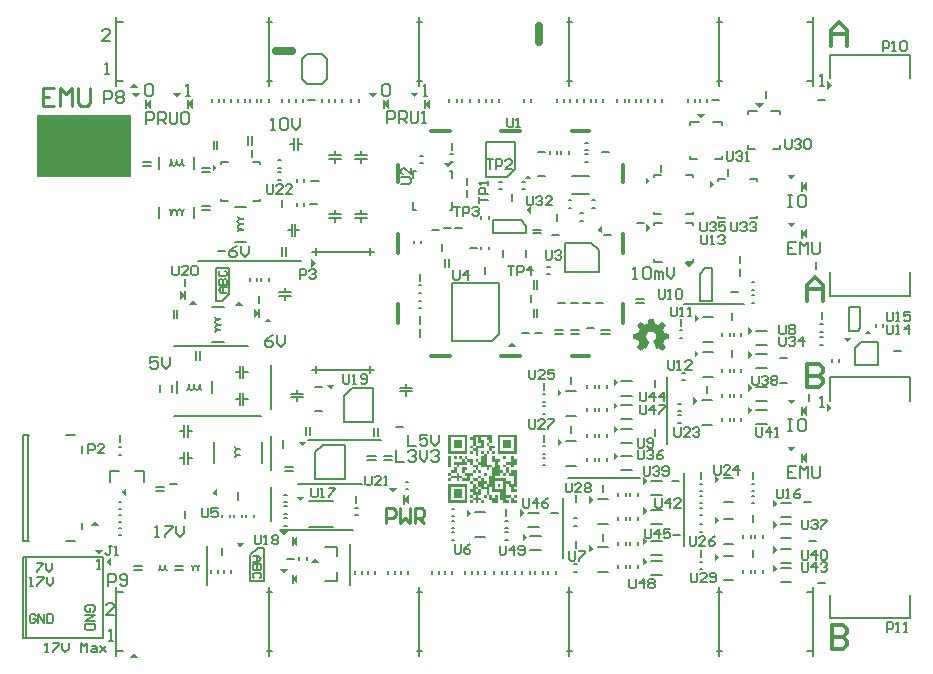
<source format=gbr>
%TF.GenerationSoftware,Altium Limited,Altium Designer,25.4.2 (15)*%
G04 Layer_Color=65535*
%FSLAX45Y45*%
%MOMM*%
%TF.SameCoordinates,EE14137D-E0DD-4410-96C1-A075B8BE80D9*%
%TF.FilePolarity,Positive*%
%TF.FileFunction,Legend,Top*%
%TF.Part,Single*%
G01*
G75*
%TA.AperFunction,NonConductor*%
%ADD70C,0.30000*%
%ADD96C,0.20000*%
%ADD97C,0.15000*%
%ADD110C,0.70000*%
%ADD111C,0.25000*%
G36*
X2066486Y4834706D02*
X1993838D01*
X2030162Y4878295D01*
X2066486Y4834706D01*
D02*
G37*
G36*
X7941794Y4856838D02*
X7898206Y4820514D01*
Y4893162D01*
X7941794Y4856838D01*
D02*
G37*
G36*
X4403921Y4755706D02*
X4371764Y4794294D01*
X4436079D01*
X4403921Y4755706D01*
D02*
G37*
G36*
X4053921D02*
X4021764Y4794294D01*
X4086078D01*
X4053921Y4755706D01*
D02*
G37*
G36*
X2393921D02*
X2361763Y4794294D01*
X2426078D01*
X2393921Y4755706D01*
D02*
G37*
G36*
X2043921D02*
X2011764Y4794294D01*
X2076078D01*
X2043921Y4755706D01*
D02*
G37*
G36*
X7323919Y4660706D02*
X7287007Y4705001D01*
X7360831D01*
X7323919Y4660706D01*
D02*
G37*
G36*
X4535000Y4660000D02*
X4490000Y4700000D01*
X4535000Y4740000D01*
Y4660000D01*
D02*
G37*
G36*
X4185000D02*
X4140000Y4700000D01*
X4185000Y4740000D01*
Y4660000D01*
D02*
G37*
G36*
X2525000D02*
X2480000Y4700000D01*
X2525000Y4740000D01*
Y4660000D01*
D02*
G37*
G36*
X2175000D02*
X2130000Y4700000D01*
X2175000Y4740000D01*
Y4660000D01*
D02*
G37*
G36*
X6828921Y4570706D02*
X6792009Y4615000D01*
X6865833D01*
X6828921Y4570706D01*
D02*
G37*
G36*
X4685001Y4161411D02*
X4652843Y4200000D01*
X4717158D01*
X4685001Y4161411D01*
D02*
G37*
G36*
X2733588Y4160000D02*
X2695000Y4127843D01*
Y4192157D01*
X2733588Y4160000D01*
D02*
G37*
G36*
X5398237Y4060706D02*
X5333922D01*
X5366079Y4099294D01*
X5398237Y4060706D01*
D02*
G37*
G36*
X7593921Y4055706D02*
X7561764Y4094294D01*
X7626078D01*
X7593921Y4055706D01*
D02*
G37*
G36*
X6401589Y4050000D02*
X6363000Y4017843D01*
Y4082157D01*
X6401589Y4050000D01*
D02*
G37*
G36*
X6941589Y4020000D02*
X6903000Y3987843D01*
Y4052158D01*
X6941589Y4020000D01*
D02*
G37*
G36*
X7725000Y3960000D02*
X7680000Y4000000D01*
X7725000Y4040000D01*
Y3960000D01*
D02*
G37*
G36*
X5390000Y3767843D02*
X5351411Y3800000D01*
X5390000Y3832157D01*
Y3767843D01*
D02*
G37*
G36*
X7593921Y3655706D02*
X7561764Y3694294D01*
X7626078D01*
X7593921Y3655706D01*
D02*
G37*
G36*
X6403589Y3650000D02*
X6365000Y3617843D01*
Y3682157D01*
X6403589Y3650000D01*
D02*
G37*
G36*
X5989295Y3603922D02*
X5950706Y3636079D01*
X5989295Y3668237D01*
Y3603922D01*
D02*
G37*
G36*
X7725000Y3560000D02*
X7680000Y3600000D01*
X7725000Y3640000D01*
Y3560000D01*
D02*
G37*
G36*
X3566794Y3349838D02*
X3523206Y3313513D01*
Y3386162D01*
X3566794Y3349838D01*
D02*
G37*
G36*
X6730000Y3311411D02*
X6697843Y3350000D01*
X6762157D01*
X6730000Y3311411D01*
D02*
G37*
G36*
X2460000Y3080000D02*
X2418000Y3040000D01*
Y3120000D01*
X2460000Y3080000D01*
D02*
G37*
G36*
X2562158Y3000000D02*
X2497843D01*
X2530000Y3038589D01*
X2562158Y3000000D01*
D02*
G37*
G36*
X2952158Y2990001D02*
X2887843D01*
X2920000Y3028589D01*
X2952158Y2990001D01*
D02*
G37*
G36*
X3090000Y2930000D02*
X3048000Y2890000D01*
Y2970000D01*
X3090000Y2930000D01*
D02*
G37*
G36*
X6813589Y2885000D02*
X6775000Y2852843D01*
Y2917157D01*
X6813589Y2885000D01*
D02*
G37*
G36*
X3192158Y2850000D02*
X3127843D01*
X3160000Y2888589D01*
X3192158Y2850000D01*
D02*
G37*
G36*
X6429207Y2882083D02*
X6430232D01*
Y2881571D01*
Y2881058D01*
Y2880545D01*
X6430745D01*
Y2880032D01*
Y2879519D01*
Y2879006D01*
Y2878493D01*
Y2877980D01*
X6431258D01*
Y2877467D01*
Y2876954D01*
Y2876441D01*
Y2875928D01*
Y2875415D01*
Y2874902D01*
X6431771D01*
Y2874389D01*
Y2873876D01*
Y2873363D01*
Y2872850D01*
Y2872337D01*
X6432284D01*
Y2871825D01*
Y2871311D01*
Y2870798D01*
Y2870286D01*
Y2869773D01*
X6432797D01*
Y2869259D01*
Y2868747D01*
Y2868234D01*
Y2867721D01*
Y2867208D01*
Y2866695D01*
X6433310D01*
Y2866182D01*
Y2865669D01*
Y2865156D01*
Y2864643D01*
Y2864130D01*
X6433823D01*
Y2863617D01*
Y2863104D01*
Y2862591D01*
Y2862078D01*
Y2861565D01*
X6434336D01*
Y2861052D01*
Y2860539D01*
Y2860026D01*
Y2859513D01*
Y2859001D01*
Y2858488D01*
X6434849D01*
Y2857975D01*
Y2857462D01*
Y2856949D01*
Y2856436D01*
Y2855923D01*
X6435362D01*
Y2855410D01*
Y2854897D01*
Y2854384D01*
Y2853871D01*
Y2853358D01*
Y2852845D01*
X6435875D01*
Y2852332D01*
Y2851819D01*
Y2851306D01*
Y2850793D01*
Y2850280D01*
X6436388D01*
Y2849767D01*
Y2849254D01*
Y2848742D01*
Y2848228D01*
Y2847715D01*
X6436901D01*
Y2847203D01*
Y2846690D01*
Y2846176D01*
Y2845664D01*
Y2845151D01*
Y2844638D01*
X6437414D01*
Y2844125D01*
Y2843612D01*
Y2843099D01*
Y2842586D01*
Y2842073D01*
X6437926D01*
Y2841560D01*
Y2841047D01*
X6438440D01*
Y2840534D01*
X6439465D01*
Y2840021D01*
X6440492D01*
Y2839508D01*
X6442030D01*
Y2838995D01*
X6443056D01*
Y2838482D01*
X6444595D01*
Y2837969D01*
X6445621D01*
Y2837456D01*
X6446647D01*
Y2836943D01*
X6448186D01*
Y2836430D01*
X6449212D01*
Y2835918D01*
X6450751D01*
Y2835405D01*
X6451777D01*
Y2834891D01*
X6453315D01*
Y2834379D01*
X6454341D01*
Y2833866D01*
X6455880D01*
Y2833353D01*
X6456906D01*
Y2832840D01*
X6457932D01*
Y2832327D01*
X6459471D01*
Y2831814D01*
X6460497D01*
Y2831301D01*
X6462036D01*
Y2830788D01*
X6463062D01*
Y2830275D01*
X6464600D01*
Y2829762D01*
X6465626D01*
Y2829249D01*
X6467165D01*
Y2829762D01*
X6468191D01*
Y2830275D01*
X6468704D01*
Y2830788D01*
X6469730D01*
Y2831301D01*
X6470243D01*
Y2831814D01*
X6470756D01*
Y2832327D01*
X6471782D01*
Y2832840D01*
X6472295D01*
Y2833353D01*
X6473321D01*
Y2833866D01*
X6473834D01*
Y2834379D01*
X6474860D01*
Y2834891D01*
X6475373D01*
Y2835405D01*
X6476398D01*
Y2835918D01*
X6476911D01*
Y2836430D01*
X6477937D01*
Y2836943D01*
X6478450D01*
Y2837456D01*
X6478963D01*
Y2837969D01*
X6479989D01*
Y2838482D01*
X6480502D01*
Y2838995D01*
X6481528D01*
Y2839508D01*
X6482041D01*
Y2840021D01*
X6483067D01*
Y2840534D01*
X6483580D01*
Y2841047D01*
X6484606D01*
Y2841560D01*
X6485119D01*
Y2842073D01*
X6486145D01*
Y2842586D01*
X6486658D01*
Y2843099D01*
X6487170D01*
Y2843612D01*
X6488197D01*
Y2844125D01*
X6488709D01*
Y2844638D01*
X6489735D01*
Y2845151D01*
X6490248D01*
Y2845664D01*
X6491274D01*
Y2846176D01*
X6491787D01*
Y2846690D01*
X6492813D01*
Y2847203D01*
X6493326D01*
Y2847715D01*
X6494352D01*
Y2848228D01*
X6494865D01*
Y2848742D01*
X6495891D01*
Y2849254D01*
X6496404D01*
Y2849767D01*
X6496917D01*
Y2850280D01*
X6497943D01*
Y2850793D01*
X6498455D01*
Y2851306D01*
X6499482D01*
Y2851819D01*
X6499994D01*
Y2852332D01*
X6502559D01*
Y2851819D01*
X6503072D01*
Y2851306D01*
X6503585D01*
Y2850793D01*
X6504098D01*
Y2850280D01*
X6504611D01*
Y2849767D01*
X6505124D01*
Y2849254D01*
X6505637D01*
Y2848742D01*
X6506150D01*
Y2848228D01*
X6506663D01*
Y2847715D01*
X6507176D01*
Y2847203D01*
X6507689D01*
Y2846690D01*
X6508202D01*
Y2846176D01*
X6508715D01*
Y2845664D01*
X6509228D01*
Y2845151D01*
X6509741D01*
Y2844638D01*
X6510253D01*
Y2844125D01*
X6510766D01*
Y2843612D01*
X6511280D01*
Y2843099D01*
X6511792D01*
Y2842586D01*
X6512305D01*
Y2842073D01*
X6512819D01*
Y2841560D01*
X6513331D01*
Y2841047D01*
X6513844D01*
Y2840534D01*
X6514357D01*
Y2840021D01*
X6514870D01*
Y2839508D01*
X6515383D01*
Y2838995D01*
X6515896D01*
Y2838482D01*
X6516409D01*
Y2837969D01*
X6516922D01*
Y2837456D01*
X6517435D01*
Y2836943D01*
X6517948D01*
Y2836430D01*
X6518461D01*
Y2835918D01*
X6518974D01*
Y2835405D01*
X6519487D01*
Y2834891D01*
X6520000D01*
Y2834379D01*
X6520513D01*
Y2833866D01*
X6521026D01*
Y2833353D01*
X6521538D01*
Y2832840D01*
X6522052D01*
Y2832327D01*
X6522565D01*
Y2831814D01*
X6523077D01*
Y2831301D01*
X6523590D01*
Y2830788D01*
X6524103D01*
Y2830275D01*
X6524616D01*
Y2829762D01*
X6525129D01*
Y2829249D01*
X6525642D01*
Y2828736D01*
X6526155D01*
Y2828223D01*
X6526668D01*
Y2827710D01*
X6527181D01*
Y2827197D01*
X6527694D01*
Y2826684D01*
X6528207D01*
Y2826171D01*
X6528720D01*
Y2825658D01*
X6529233D01*
Y2825145D01*
X6529746D01*
Y2824632D01*
X6530259D01*
Y2824120D01*
X6530772D01*
Y2823607D01*
Y2823093D01*
Y2822581D01*
Y2822068D01*
Y2821554D01*
X6530259D01*
Y2821042D01*
X6529746D01*
Y2820529D01*
Y2820016D01*
X6529233D01*
Y2819503D01*
X6528720D01*
Y2818990D01*
Y2818477D01*
X6528207D01*
Y2817964D01*
X6527694D01*
Y2817451D01*
Y2816938D01*
X6527181D01*
Y2816425D01*
X6526668D01*
Y2815912D01*
X6526155D01*
Y2815399D01*
Y2814886D01*
X6525642D01*
Y2814373D01*
X6525129D01*
Y2813860D01*
Y2813347D01*
X6524616D01*
Y2812835D01*
X6524103D01*
Y2812321D01*
Y2811808D01*
X6523590D01*
Y2811296D01*
X6523077D01*
Y2810783D01*
Y2810270D01*
X6522565D01*
Y2809757D01*
X6522052D01*
Y2809244D01*
Y2808731D01*
X6521538D01*
Y2808218D01*
X6521026D01*
Y2807705D01*
X6520513D01*
Y2807192D01*
Y2806679D01*
X6520000D01*
Y2806166D01*
X6519487D01*
Y2805653D01*
Y2805140D01*
X6518974D01*
Y2804627D01*
X6518461D01*
Y2804114D01*
Y2803601D01*
X6517948D01*
Y2803088D01*
X6517435D01*
Y2802575D01*
Y2802062D01*
X6516922D01*
Y2801549D01*
X6516409D01*
Y2801037D01*
Y2800523D01*
X6515896D01*
Y2800010D01*
X6515383D01*
Y2799498D01*
X6514870D01*
Y2798985D01*
Y2798471D01*
X6514357D01*
Y2797959D01*
X6513844D01*
Y2797446D01*
Y2796933D01*
X6513331D01*
Y2796420D01*
X6512819D01*
Y2795907D01*
Y2795394D01*
X6512305D01*
Y2794881D01*
X6511792D01*
Y2794368D01*
Y2793855D01*
X6511280D01*
Y2793342D01*
X6510766D01*
Y2792829D01*
Y2792316D01*
X6510253D01*
Y2791803D01*
X6509741D01*
Y2791290D01*
Y2790777D01*
X6509228D01*
Y2790264D01*
X6508715D01*
Y2789752D01*
Y2789238D01*
X6508202D01*
Y2788725D01*
Y2788213D01*
Y2787700D01*
X6508715D01*
Y2787186D01*
Y2786674D01*
Y2786161D01*
X6509228D01*
Y2785648D01*
Y2785135D01*
X6509741D01*
Y2784622D01*
Y2784109D01*
X6510253D01*
Y2783596D01*
Y2783083D01*
Y2782570D01*
X6510766D01*
Y2782057D01*
Y2781544D01*
X6511280D01*
Y2781031D01*
Y2780518D01*
X6511792D01*
Y2780005D01*
Y2779492D01*
Y2778979D01*
X6512305D01*
Y2778466D01*
Y2777953D01*
X6512819D01*
Y2777440D01*
Y2776927D01*
X6513331D01*
Y2776415D01*
Y2775902D01*
Y2775388D01*
X6513844D01*
Y2774876D01*
Y2774363D01*
X6514357D01*
Y2773850D01*
Y2773337D01*
X6514870D01*
Y2772824D01*
Y2772311D01*
Y2771798D01*
X6515383D01*
Y2771285D01*
Y2770772D01*
X6515896D01*
Y2770259D01*
Y2769746D01*
X6516409D01*
Y2769233D01*
Y2768720D01*
Y2768207D01*
X6516922D01*
Y2767694D01*
Y2767181D01*
X6517435D01*
Y2766669D01*
Y2766155D01*
X6517948D01*
Y2765642D01*
Y2765130D01*
Y2764616D01*
X6518461D01*
Y2764103D01*
Y2763591D01*
X6518974D01*
Y2763078D01*
Y2762565D01*
X6519487D01*
Y2762052D01*
Y2761539D01*
Y2761026D01*
X6520000D01*
Y2760513D01*
Y2760000D01*
X6520513D01*
Y2759487D01*
X6521538D01*
Y2758974D01*
X6523077D01*
Y2758461D01*
X6526155D01*
Y2757948D01*
X6528720D01*
Y2757435D01*
X6531285D01*
Y2756922D01*
X6534363D01*
Y2756409D01*
X6536927D01*
Y2755896D01*
X6540005D01*
Y2755383D01*
X6542570D01*
Y2754870D01*
X6545135D01*
Y2754357D01*
X6548212D01*
Y2753844D01*
X6550777D01*
Y2753332D01*
X6553342D01*
Y2752818D01*
X6556420D01*
Y2752305D01*
X6558985D01*
Y2751793D01*
X6560523D01*
Y2751280D01*
Y2750767D01*
X6561036D01*
Y2750254D01*
Y2749741D01*
Y2749228D01*
Y2748715D01*
Y2748202D01*
Y2747689D01*
Y2747176D01*
Y2746663D01*
Y2746150D01*
Y2745637D01*
Y2745124D01*
Y2744611D01*
Y2744098D01*
Y2743585D01*
Y2743072D01*
Y2742559D01*
Y2742047D01*
Y2741533D01*
Y2741020D01*
Y2740508D01*
Y2739995D01*
Y2739481D01*
Y2738969D01*
Y2738456D01*
Y2737943D01*
Y2737430D01*
Y2736917D01*
Y2736404D01*
Y2735891D01*
Y2735378D01*
Y2734865D01*
Y2734352D01*
Y2733839D01*
Y2733326D01*
Y2732813D01*
Y2732300D01*
Y2731787D01*
Y2731274D01*
Y2730761D01*
Y2730248D01*
Y2729735D01*
Y2729222D01*
Y2728710D01*
Y2728197D01*
Y2727684D01*
Y2727171D01*
Y2726658D01*
Y2726145D01*
Y2725632D01*
Y2725119D01*
Y2724606D01*
Y2724093D01*
Y2723580D01*
Y2723067D01*
Y2722554D01*
Y2722041D01*
Y2721528D01*
Y2721015D01*
Y2720502D01*
Y2719989D01*
Y2719476D01*
Y2718963D01*
Y2718450D01*
Y2717937D01*
Y2717425D01*
Y2716912D01*
Y2716398D01*
Y2715886D01*
Y2715373D01*
Y2714860D01*
Y2714347D01*
Y2713834D01*
Y2713321D01*
Y2712808D01*
Y2712295D01*
Y2711782D01*
Y2711269D01*
Y2710756D01*
Y2710243D01*
X6560523D01*
Y2709730D01*
X6560010D01*
Y2709217D01*
X6558472D01*
Y2708704D01*
X6555907D01*
Y2708191D01*
X6552829D01*
Y2707678D01*
X6550264D01*
Y2707165D01*
X6547187D01*
Y2706652D01*
X6544621D01*
Y2706140D01*
X6542057D01*
Y2705627D01*
X6538979D01*
Y2705113D01*
X6536414D01*
Y2704601D01*
X6533850D01*
Y2704088D01*
X6530772D01*
Y2703575D01*
X6528207D01*
Y2703062D01*
X6525129D01*
Y2702549D01*
X6522565D01*
Y2702036D01*
X6522052D01*
Y2701523D01*
X6521538D01*
Y2701010D01*
X6521026D01*
Y2700497D01*
Y2699984D01*
X6520513D01*
Y2699471D01*
Y2698958D01*
X6520000D01*
Y2698445D01*
Y2697932D01*
Y2697419D01*
X6519487D01*
Y2696906D01*
Y2696393D01*
X6518974D01*
Y2695880D01*
Y2695367D01*
Y2694854D01*
X6518461D01*
Y2694342D01*
Y2693828D01*
X6517948D01*
Y2693315D01*
Y2692803D01*
Y2692290D01*
X6517435D01*
Y2691776D01*
Y2691264D01*
X6516922D01*
Y2690751D01*
Y2690238D01*
Y2689725D01*
X6516409D01*
Y2689212D01*
Y2688699D01*
X6515896D01*
Y2688186D01*
Y2687673D01*
Y2687160D01*
X6515383D01*
Y2686647D01*
Y2686134D01*
X6514870D01*
Y2685621D01*
Y2685108D01*
Y2684595D01*
X6514357D01*
Y2684082D01*
Y2683569D01*
X6513844D01*
Y2683057D01*
Y2682543D01*
Y2682030D01*
X6513331D01*
Y2681518D01*
Y2681005D01*
X6512819D01*
Y2680492D01*
Y2679979D01*
Y2679466D01*
X6512305D01*
Y2678953D01*
Y2678440D01*
X6511792D01*
Y2677927D01*
Y2677414D01*
Y2676901D01*
X6511280D01*
Y2676388D01*
Y2675875D01*
X6510766D01*
Y2675362D01*
Y2674849D01*
Y2674336D01*
X6510253D01*
Y2673823D01*
Y2673310D01*
X6509741D01*
Y2672797D01*
Y2672284D01*
Y2671771D01*
X6509228D01*
Y2671258D01*
Y2670745D01*
Y2670232D01*
X6509741D01*
Y2669720D01*
Y2669207D01*
X6510253D01*
Y2668693D01*
X6510766D01*
Y2668181D01*
Y2667668D01*
X6511280D01*
Y2667155D01*
X6511792D01*
Y2666642D01*
Y2666129D01*
X6512305D01*
Y2665616D01*
X6512819D01*
Y2665103D01*
X6513331D01*
Y2664590D01*
Y2664077D01*
X6513844D01*
Y2663564D01*
X6514357D01*
Y2663051D01*
Y2662538D01*
X6514870D01*
Y2662025D01*
X6515383D01*
Y2661512D01*
Y2660999D01*
X6515896D01*
Y2660486D01*
X6516409D01*
Y2659974D01*
Y2659460D01*
X6516922D01*
Y2658947D01*
X6517435D01*
Y2658435D01*
Y2657922D01*
X6517948D01*
Y2657408D01*
X6518461D01*
Y2656896D01*
X6518974D01*
Y2656383D01*
Y2655870D01*
X6519487D01*
Y2655357D01*
X6520000D01*
Y2654844D01*
Y2654331D01*
X6520513D01*
Y2653818D01*
X6521026D01*
Y2653305D01*
Y2652792D01*
X6521538D01*
Y2652279D01*
X6522052D01*
Y2651766D01*
Y2651253D01*
X6522565D01*
Y2650740D01*
X6523077D01*
Y2650227D01*
Y2649714D01*
X6523590D01*
Y2649201D01*
X6524103D01*
Y2648688D01*
Y2648175D01*
X6524616D01*
Y2647662D01*
X6525129D01*
Y2647149D01*
X6525642D01*
Y2646637D01*
Y2646123D01*
X6526155D01*
Y2645610D01*
X6526668D01*
Y2645098D01*
Y2644585D01*
X6527181D01*
Y2644072D01*
X6527694D01*
Y2643559D01*
Y2643046D01*
X6528207D01*
Y2642533D01*
X6528720D01*
Y2642020D01*
Y2641507D01*
X6529233D01*
Y2640994D01*
X6529746D01*
Y2640481D01*
Y2639968D01*
X6530259D01*
Y2639455D01*
X6530772D01*
Y2638942D01*
Y2638429D01*
Y2637916D01*
Y2637403D01*
Y2636890D01*
X6530259D01*
Y2636377D01*
X6529746D01*
Y2635864D01*
X6529233D01*
Y2635352D01*
X6528720D01*
Y2634838D01*
X6528207D01*
Y2634325D01*
X6527694D01*
Y2633813D01*
X6527181D01*
Y2633300D01*
X6526668D01*
Y2632786D01*
X6526155D01*
Y2632274D01*
X6525642D01*
Y2631761D01*
X6525129D01*
Y2631248D01*
X6524616D01*
Y2630735D01*
X6524103D01*
Y2630222D01*
X6523590D01*
Y2629709D01*
X6523077D01*
Y2629196D01*
X6522565D01*
Y2628683D01*
X6522052D01*
Y2628170D01*
X6521538D01*
Y2627657D01*
X6521026D01*
Y2627144D01*
X6520513D01*
Y2626631D01*
X6520000D01*
Y2626118D01*
X6519487D01*
Y2625605D01*
X6518974D01*
Y2625092D01*
X6518461D01*
Y2624579D01*
X6517948D01*
Y2624066D01*
X6517435D01*
Y2623553D01*
X6516922D01*
Y2623040D01*
X6516409D01*
Y2622527D01*
X6515896D01*
Y2622015D01*
X6515383D01*
Y2621502D01*
X6514870D01*
Y2620989D01*
X6514357D01*
Y2620476D01*
X6513844D01*
Y2619963D01*
X6513331D01*
Y2619450D01*
X6512819D01*
Y2618937D01*
X6512305D01*
Y2618424D01*
X6511792D01*
Y2617911D01*
X6511280D01*
Y2617398D01*
X6510766D01*
Y2616885D01*
X6510253D01*
Y2616372D01*
X6509741D01*
Y2615859D01*
X6509228D01*
Y2615346D01*
X6508715D01*
Y2614833D01*
X6508202D01*
Y2614320D01*
X6507689D01*
Y2613807D01*
X6507176D01*
Y2613294D01*
X6506663D01*
Y2612781D01*
X6506150D01*
Y2612269D01*
X6505637D01*
Y2611755D01*
X6505124D01*
Y2611242D01*
X6504611D01*
Y2610730D01*
X6504098D01*
Y2610217D01*
X6503585D01*
Y2609703D01*
X6503072D01*
Y2609191D01*
X6502046D01*
Y2608678D01*
X6500507D01*
Y2609191D01*
X6499482D01*
Y2609703D01*
X6498968D01*
Y2610217D01*
X6497943D01*
Y2610730D01*
X6497430D01*
Y2611242D01*
X6496404D01*
Y2611755D01*
X6495891D01*
Y2612269D01*
X6494865D01*
Y2612781D01*
X6494352D01*
Y2613294D01*
X6493326D01*
Y2613807D01*
X6492813D01*
Y2614320D01*
X6492300D01*
Y2614833D01*
X6491274D01*
Y2615346D01*
X6490761D01*
Y2615859D01*
X6489735D01*
Y2616372D01*
X6489222D01*
Y2616885D01*
X6488197D01*
Y2617398D01*
X6487683D01*
Y2617911D01*
X6486658D01*
Y2618424D01*
X6486145D01*
Y2618937D01*
X6485119D01*
Y2619450D01*
X6484606D01*
Y2619963D01*
X6484093D01*
Y2620476D01*
X6483067D01*
Y2620989D01*
X6482554D01*
Y2621502D01*
X6481528D01*
Y2622015D01*
X6481015D01*
Y2622527D01*
X6479989D01*
Y2623040D01*
X6479476D01*
Y2623553D01*
X6478450D01*
Y2624066D01*
X6477937D01*
Y2624579D01*
X6476911D01*
Y2625092D01*
X6476398D01*
Y2625605D01*
X6475885D01*
Y2626118D01*
X6474860D01*
Y2626631D01*
X6474347D01*
Y2627144D01*
X6473321D01*
Y2627657D01*
X6472808D01*
Y2628170D01*
X6471782D01*
Y2628683D01*
X6471269D01*
Y2629196D01*
X6470243D01*
Y2629709D01*
X6467678D01*
Y2629196D01*
X6466652D01*
Y2628683D01*
X6466139D01*
Y2628170D01*
X6465114D01*
Y2627657D01*
X6464087D01*
Y2627144D01*
X6463062D01*
Y2626631D01*
X6462036D01*
Y2626118D01*
X6461010D01*
Y2625605D01*
X6459984D01*
Y2625092D01*
X6458958D01*
Y2624579D01*
X6458445D01*
Y2624066D01*
X6457419D01*
Y2623553D01*
X6456393D01*
Y2623040D01*
X6455367D01*
Y2622527D01*
X6452802D01*
Y2623040D01*
X6452290D01*
Y2623553D01*
Y2624066D01*
X6451777D01*
Y2624579D01*
Y2625092D01*
Y2625605D01*
X6451263D01*
Y2626118D01*
Y2626631D01*
X6450751D01*
Y2627144D01*
Y2627657D01*
X6450238D01*
Y2628170D01*
Y2628683D01*
Y2629196D01*
X6449725D01*
Y2629709D01*
Y2630222D01*
X6449212D01*
Y2630735D01*
Y2631248D01*
Y2631761D01*
X6448699D01*
Y2632274D01*
Y2632786D01*
X6448186D01*
Y2633300D01*
Y2633813D01*
Y2634325D01*
X6447673D01*
Y2634838D01*
Y2635352D01*
X6447160D01*
Y2635864D01*
Y2636377D01*
X6446647D01*
Y2636890D01*
Y2637403D01*
Y2637916D01*
X6446134D01*
Y2638429D01*
Y2638942D01*
X6445621D01*
Y2639455D01*
Y2639968D01*
Y2640481D01*
X6445108D01*
Y2640994D01*
Y2641507D01*
X6444595D01*
Y2642020D01*
Y2642533D01*
X6444082D01*
Y2643046D01*
Y2643559D01*
Y2644072D01*
X6443569D01*
Y2644585D01*
Y2645098D01*
X6443056D01*
Y2645610D01*
Y2646123D01*
Y2646637D01*
X6442543D01*
Y2647149D01*
Y2647662D01*
X6442030D01*
Y2648175D01*
Y2648688D01*
Y2649201D01*
X6441517D01*
Y2649714D01*
Y2650227D01*
X6441004D01*
Y2650740D01*
Y2651253D01*
X6440492D01*
Y2651766D01*
Y2652279D01*
Y2652792D01*
X6439979D01*
Y2653305D01*
Y2653818D01*
X6439465D01*
Y2654331D01*
Y2654844D01*
Y2655357D01*
X6438953D01*
Y2655870D01*
Y2656383D01*
X6438440D01*
Y2656896D01*
Y2657408D01*
X6437926D01*
Y2657922D01*
Y2658435D01*
Y2658947D01*
X6437414D01*
Y2659460D01*
Y2659974D01*
X6436901D01*
Y2660486D01*
Y2660999D01*
Y2661512D01*
X6436388D01*
Y2662025D01*
Y2662538D01*
X6435875D01*
Y2663051D01*
Y2663564D01*
Y2664077D01*
X6435362D01*
Y2664590D01*
Y2665103D01*
X6434849D01*
Y2665616D01*
Y2666129D01*
X6434336D01*
Y2666642D01*
Y2667155D01*
Y2667668D01*
X6433823D01*
Y2668181D01*
Y2668693D01*
X6433310D01*
Y2669207D01*
Y2669720D01*
Y2670232D01*
X6432797D01*
Y2670745D01*
Y2671258D01*
X6432284D01*
Y2671771D01*
Y2672284D01*
X6431771D01*
Y2672797D01*
Y2673310D01*
Y2673823D01*
X6431258D01*
Y2674336D01*
Y2674849D01*
X6430745D01*
Y2675362D01*
Y2675875D01*
Y2676388D01*
X6430232D01*
Y2676901D01*
Y2677414D01*
X6429719D01*
Y2677927D01*
Y2678440D01*
Y2678953D01*
X6429207D01*
Y2679466D01*
Y2679979D01*
X6428693D01*
Y2680492D01*
Y2681005D01*
X6428180D01*
Y2681518D01*
Y2682030D01*
Y2682543D01*
X6427668D01*
Y2683057D01*
Y2683569D01*
X6427155D01*
Y2684082D01*
Y2684595D01*
Y2685108D01*
X6426642D01*
Y2685621D01*
Y2686134D01*
X6426129D01*
Y2686647D01*
Y2687160D01*
X6425616D01*
Y2687673D01*
Y2688186D01*
Y2688699D01*
X6425103D01*
Y2689212D01*
Y2689725D01*
X6425616D01*
Y2690238D01*
Y2690751D01*
X6426129D01*
Y2691264D01*
X6426642D01*
Y2691776D01*
X6427668D01*
Y2692290D01*
X6428180D01*
Y2692803D01*
X6429207D01*
Y2693315D01*
X6429719D01*
Y2693828D01*
X6430745D01*
Y2694342D01*
X6431258D01*
Y2694854D01*
X6431771D01*
Y2695367D01*
X6432797D01*
Y2695880D01*
X6433310D01*
Y2696393D01*
X6434336D01*
Y2696906D01*
X6434849D01*
Y2697419D01*
X6435362D01*
Y2697932D01*
X6435875D01*
Y2698445D01*
X6436901D01*
Y2698958D01*
X6437414D01*
Y2699471D01*
X6437926D01*
Y2699984D01*
X6438440D01*
Y2700497D01*
X6438953D01*
Y2701010D01*
X6439465D01*
Y2701523D01*
X6439979D01*
Y2702036D01*
X6440492D01*
Y2702549D01*
X6441004D01*
Y2703062D01*
Y2703575D01*
X6441517D01*
Y2704088D01*
X6442030D01*
Y2704601D01*
X6442543D01*
Y2705113D01*
X6443056D01*
Y2705627D01*
Y2706140D01*
X6443569D01*
Y2706652D01*
X6444082D01*
Y2707165D01*
Y2707678D01*
X6444595D01*
Y2708191D01*
X6445108D01*
Y2708704D01*
Y2709217D01*
X6445621D01*
Y2709730D01*
Y2710243D01*
X6446134D01*
Y2710756D01*
Y2711269D01*
X6446647D01*
Y2711782D01*
Y2712295D01*
X6447160D01*
Y2712808D01*
Y2713321D01*
X6447673D01*
Y2713834D01*
Y2714347D01*
X6448186D01*
Y2714860D01*
Y2715373D01*
X6448699D01*
Y2715886D01*
Y2716398D01*
Y2716912D01*
X6449212D01*
Y2717425D01*
Y2717937D01*
Y2718450D01*
X6449725D01*
Y2718963D01*
Y2719476D01*
Y2719989D01*
Y2720502D01*
X6450238D01*
Y2721015D01*
Y2721528D01*
Y2722041D01*
Y2722554D01*
Y2723067D01*
X6450751D01*
Y2723580D01*
Y2724093D01*
Y2724606D01*
Y2725119D01*
Y2725632D01*
Y2726145D01*
Y2726658D01*
X6451263D01*
Y2727171D01*
Y2727684D01*
Y2728197D01*
Y2728710D01*
Y2729222D01*
Y2729735D01*
Y2730248D01*
Y2730761D01*
Y2731274D01*
Y2731787D01*
Y2732300D01*
Y2732813D01*
Y2733326D01*
Y2733839D01*
X6450751D01*
Y2734352D01*
Y2734865D01*
Y2735378D01*
Y2735891D01*
Y2736404D01*
Y2736917D01*
Y2737430D01*
X6450238D01*
Y2737943D01*
Y2738456D01*
Y2738969D01*
Y2739481D01*
Y2739995D01*
X6449725D01*
Y2740508D01*
Y2741020D01*
Y2741533D01*
Y2742047D01*
X6449212D01*
Y2742559D01*
Y2743072D01*
Y2743585D01*
X6448699D01*
Y2744098D01*
Y2744611D01*
Y2745124D01*
X6448186D01*
Y2745637D01*
Y2746150D01*
X6447673D01*
Y2746663D01*
Y2747176D01*
Y2747689D01*
X6447160D01*
Y2748202D01*
Y2748715D01*
X6446647D01*
Y2749228D01*
Y2749741D01*
X6446134D01*
Y2750254D01*
Y2750767D01*
X6445621D01*
Y2751280D01*
X6445108D01*
Y2751793D01*
Y2752305D01*
X6444595D01*
Y2752818D01*
Y2753332D01*
X6444082D01*
Y2753844D01*
X6443569D01*
Y2754357D01*
Y2754870D01*
X6443056D01*
Y2755383D01*
X6442543D01*
Y2755896D01*
X6442030D01*
Y2756409D01*
Y2756922D01*
X6441517D01*
Y2757435D01*
X6441004D01*
Y2757948D01*
X6440492D01*
Y2758461D01*
X6439979D01*
Y2758974D01*
X6439465D01*
Y2759487D01*
X6438953D01*
Y2760000D01*
X6438440D01*
Y2760513D01*
X6437926D01*
Y2761026D01*
X6437414D01*
Y2761539D01*
X6436901D01*
Y2762052D01*
X6436388D01*
Y2762565D01*
X6435875D01*
Y2763078D01*
X6435362D01*
Y2763591D01*
X6434336D01*
Y2764103D01*
X6433823D01*
Y2764616D01*
X6432797D01*
Y2765130D01*
X6432284D01*
Y2765642D01*
X6431258D01*
Y2766155D01*
X6430745D01*
Y2766669D01*
X6429719D01*
Y2767181D01*
X6428693D01*
Y2767694D01*
X6427668D01*
Y2768207D01*
X6426642D01*
Y2768720D01*
X6425616D01*
Y2769233D01*
X6424590D01*
Y2769746D01*
X6423051D01*
Y2770259D01*
X6421512D01*
Y2770772D01*
X6419973D01*
Y2771285D01*
X6417921D01*
Y2771798D01*
X6414843D01*
Y2772311D01*
X6403046D01*
Y2771798D01*
X6399968D01*
Y2771285D01*
X6397916D01*
Y2770772D01*
X6396377D01*
Y2770259D01*
X6394838D01*
Y2769746D01*
X6393299D01*
Y2769233D01*
X6392274D01*
Y2768720D01*
X6391248D01*
Y2768207D01*
X6390222D01*
Y2767694D01*
X6389196D01*
Y2767181D01*
X6388170D01*
Y2766669D01*
X6387144D01*
Y2766155D01*
X6386631D01*
Y2765642D01*
X6385605D01*
Y2765130D01*
X6385092D01*
Y2764616D01*
X6384066D01*
Y2764103D01*
X6383553D01*
Y2763591D01*
X6383040D01*
Y2763078D01*
X6382527D01*
Y2762565D01*
X6381502D01*
Y2762052D01*
X6380988D01*
Y2761539D01*
X6380475D01*
Y2761026D01*
X6379963D01*
Y2760513D01*
X6379450D01*
Y2760000D01*
X6378937D01*
Y2759487D01*
X6378424D01*
Y2758974D01*
X6377911D01*
Y2758461D01*
X6377398D01*
Y2757948D01*
X6376885D01*
Y2757435D01*
X6376372D01*
Y2756922D01*
Y2756409D01*
X6375859D01*
Y2755896D01*
X6375346D01*
Y2755383D01*
X6374833D01*
Y2754870D01*
Y2754357D01*
X6374320D01*
Y2753844D01*
X6373807D01*
Y2753332D01*
Y2752818D01*
X6373294D01*
Y2752305D01*
X6372781D01*
Y2751793D01*
Y2751280D01*
X6372268D01*
Y2750767D01*
Y2750254D01*
X6371755D01*
Y2749741D01*
Y2749228D01*
X6371242D01*
Y2748715D01*
Y2748202D01*
X6370729D01*
Y2747689D01*
Y2747176D01*
X6370216D01*
Y2746663D01*
Y2746150D01*
X6369704D01*
Y2745637D01*
Y2745124D01*
Y2744611D01*
X6369190D01*
Y2744098D01*
Y2743585D01*
Y2743072D01*
X6368677D01*
Y2742559D01*
Y2742047D01*
Y2741533D01*
X6368165D01*
Y2741020D01*
Y2740508D01*
Y2739995D01*
Y2739481D01*
X6367652D01*
Y2738969D01*
Y2738456D01*
Y2737943D01*
Y2737430D01*
Y2736917D01*
X6367139D01*
Y2736404D01*
Y2735891D01*
Y2735378D01*
Y2734865D01*
Y2734352D01*
Y2733839D01*
Y2733326D01*
Y2732813D01*
Y2732300D01*
Y2731787D01*
X6366626D01*
Y2731274D01*
Y2730761D01*
Y2730248D01*
Y2729735D01*
Y2729222D01*
Y2728710D01*
X6367139D01*
Y2728197D01*
Y2727684D01*
Y2727171D01*
Y2726658D01*
Y2726145D01*
Y2725632D01*
Y2725119D01*
Y2724606D01*
Y2724093D01*
Y2723580D01*
X6367652D01*
Y2723067D01*
Y2722554D01*
Y2722041D01*
Y2721528D01*
Y2721015D01*
X6368165D01*
Y2720502D01*
Y2719989D01*
Y2719476D01*
Y2718963D01*
X6368677D01*
Y2718450D01*
Y2717937D01*
Y2717425D01*
X6369190D01*
Y2716912D01*
Y2716398D01*
Y2715886D01*
X6369704D01*
Y2715373D01*
Y2714860D01*
X6370216D01*
Y2714347D01*
Y2713834D01*
Y2713321D01*
X6370729D01*
Y2712808D01*
Y2712295D01*
X6371242D01*
Y2711782D01*
Y2711269D01*
X6371755D01*
Y2710756D01*
Y2710243D01*
X6372268D01*
Y2709730D01*
Y2709217D01*
X6372781D01*
Y2708704D01*
X6373294D01*
Y2708191D01*
Y2707678D01*
X6373807D01*
Y2707165D01*
X6374320D01*
Y2706652D01*
Y2706140D01*
X6374833D01*
Y2705627D01*
X6375346D01*
Y2705113D01*
Y2704601D01*
X6375859D01*
Y2704088D01*
X6376372D01*
Y2703575D01*
X6376885D01*
Y2703062D01*
X6377398D01*
Y2702549D01*
X6377911D01*
Y2702036D01*
Y2701523D01*
X6378424D01*
Y2701010D01*
X6378937D01*
Y2700497D01*
X6379450D01*
Y2699984D01*
X6379963D01*
Y2699471D01*
X6380988D01*
Y2698958D01*
X6381502D01*
Y2698445D01*
X6382014D01*
Y2697932D01*
X6382527D01*
Y2697419D01*
X6383040D01*
Y2696906D01*
X6384066D01*
Y2696393D01*
X6384579D01*
Y2695880D01*
X6385092D01*
Y2695367D01*
X6386118D01*
Y2694854D01*
X6386631D01*
Y2694342D01*
X6387144D01*
Y2693828D01*
X6388170D01*
Y2693315D01*
X6388683D01*
Y2692803D01*
X6389709D01*
Y2692290D01*
X6390735D01*
Y2691776D01*
X6391248D01*
Y2691264D01*
X6392274D01*
Y2690751D01*
Y2690238D01*
X6392787D01*
Y2689725D01*
Y2689212D01*
Y2688699D01*
Y2688186D01*
X6392274D01*
Y2687673D01*
Y2687160D01*
X6391760D01*
Y2686647D01*
Y2686134D01*
Y2685621D01*
X6391248D01*
Y2685108D01*
Y2684595D01*
X6390735D01*
Y2684082D01*
Y2683569D01*
X6390222D01*
Y2683057D01*
Y2682543D01*
Y2682030D01*
X6389709D01*
Y2681518D01*
Y2681005D01*
X6389196D01*
Y2680492D01*
Y2679979D01*
Y2679466D01*
X6388683D01*
Y2678953D01*
Y2678440D01*
X6388170D01*
Y2677927D01*
Y2677414D01*
X6387657D01*
Y2676901D01*
Y2676388D01*
Y2675875D01*
X6387144D01*
Y2675362D01*
Y2674849D01*
X6386631D01*
Y2674336D01*
Y2673823D01*
Y2673310D01*
X6386118D01*
Y2672797D01*
Y2672284D01*
X6385605D01*
Y2671771D01*
Y2671258D01*
Y2670745D01*
X6385092D01*
Y2670232D01*
Y2669720D01*
X6384579D01*
Y2669207D01*
Y2668693D01*
X6384066D01*
Y2668181D01*
Y2667668D01*
Y2667155D01*
X6383553D01*
Y2666642D01*
Y2666129D01*
X6383040D01*
Y2665616D01*
Y2665103D01*
Y2664590D01*
X6382527D01*
Y2664077D01*
Y2663564D01*
X6382014D01*
Y2663051D01*
Y2662538D01*
X6381502D01*
Y2662025D01*
Y2661512D01*
Y2660999D01*
X6380988D01*
Y2660486D01*
Y2659974D01*
X6380475D01*
Y2659460D01*
Y2658947D01*
Y2658435D01*
X6379963D01*
Y2657922D01*
Y2657408D01*
X6379450D01*
Y2656896D01*
Y2656383D01*
Y2655870D01*
X6378937D01*
Y2655357D01*
Y2654844D01*
X6378424D01*
Y2654331D01*
Y2653818D01*
X6377911D01*
Y2653305D01*
Y2652792D01*
Y2652279D01*
X6377398D01*
Y2651766D01*
Y2651253D01*
X6376885D01*
Y2650740D01*
Y2650227D01*
Y2649714D01*
X6376372D01*
Y2649201D01*
Y2648688D01*
X6375859D01*
Y2648175D01*
Y2647662D01*
X6375346D01*
Y2647149D01*
Y2646637D01*
Y2646123D01*
X6374833D01*
Y2645610D01*
Y2645098D01*
X6374320D01*
Y2644585D01*
Y2644072D01*
Y2643559D01*
X6373807D01*
Y2643046D01*
Y2642533D01*
X6373294D01*
Y2642020D01*
Y2641507D01*
Y2640994D01*
X6372781D01*
Y2640481D01*
Y2639968D01*
X6372268D01*
Y2639455D01*
Y2638942D01*
X6371755D01*
Y2638429D01*
Y2637916D01*
Y2637403D01*
X6371242D01*
Y2636890D01*
Y2636377D01*
X6370729D01*
Y2635864D01*
Y2635352D01*
Y2634838D01*
X6370216D01*
Y2634325D01*
Y2633813D01*
X6369704D01*
Y2633300D01*
Y2632786D01*
X6369190D01*
Y2632274D01*
Y2631761D01*
Y2631248D01*
X6368677D01*
Y2630735D01*
Y2630222D01*
X6368165D01*
Y2629709D01*
Y2629196D01*
Y2628683D01*
X6367652D01*
Y2628170D01*
Y2627657D01*
X6367139D01*
Y2627144D01*
Y2626631D01*
Y2626118D01*
X6366626D01*
Y2625605D01*
Y2625092D01*
X6366113D01*
Y2624579D01*
Y2624066D01*
X6365600D01*
Y2623553D01*
Y2623040D01*
X6365087D01*
Y2622527D01*
X6362522D01*
Y2623040D01*
X6361496D01*
Y2623553D01*
X6360983D01*
Y2624066D01*
X6359957D01*
Y2624579D01*
X6358931D01*
Y2625092D01*
X6357905D01*
Y2625605D01*
X6356880D01*
Y2626118D01*
X6355853D01*
Y2626631D01*
X6354828D01*
Y2627144D01*
X6353802D01*
Y2627657D01*
X6353289D01*
Y2628170D01*
X6352263D01*
Y2628683D01*
X6351237D01*
Y2629196D01*
X6350211D01*
Y2629709D01*
X6347646D01*
Y2629196D01*
X6346620D01*
Y2628683D01*
X6346107D01*
Y2628170D01*
X6345595D01*
Y2627657D01*
X6344569D01*
Y2627144D01*
X6344056D01*
Y2626631D01*
X6343030D01*
Y2626118D01*
X6342517D01*
Y2625605D01*
X6341491D01*
Y2625092D01*
X6340978D01*
Y2624579D01*
X6339952D01*
Y2624066D01*
X6339439D01*
Y2623553D01*
X6338413D01*
Y2623040D01*
X6337900D01*
Y2622527D01*
X6337387D01*
Y2622015D01*
X6336361D01*
Y2621502D01*
X6335848D01*
Y2620989D01*
X6334822D01*
Y2620476D01*
X6334309D01*
Y2619963D01*
X6333284D01*
Y2619450D01*
X6332770D01*
Y2618937D01*
X6331745D01*
Y2618424D01*
X6331232D01*
Y2617911D01*
X6330206D01*
Y2617398D01*
X6329693D01*
Y2616885D01*
X6329180D01*
Y2616372D01*
X6328154D01*
Y2615859D01*
X6327641D01*
Y2615346D01*
X6326615D01*
Y2614833D01*
X6326102D01*
Y2614320D01*
X6325076D01*
Y2613807D01*
X6324563D01*
Y2613294D01*
X6323537D01*
Y2612781D01*
X6323024D01*
Y2612269D01*
X6321999D01*
Y2611755D01*
X6321485D01*
Y2611242D01*
X6320460D01*
Y2610730D01*
X6319947D01*
Y2610217D01*
X6319434D01*
Y2609703D01*
X6318408D01*
Y2609191D01*
X6317382D01*
Y2608678D01*
X6315843D01*
Y2609191D01*
X6314817D01*
Y2609703D01*
X6314304D01*
Y2610217D01*
X6313791D01*
Y2610730D01*
X6313278D01*
Y2611242D01*
X6312765D01*
Y2611755D01*
X6312252D01*
Y2612269D01*
X6311739D01*
Y2612781D01*
X6311226D01*
Y2613294D01*
X6310714D01*
Y2613807D01*
X6310200D01*
Y2614320D01*
X6309687D01*
Y2614833D01*
X6309175D01*
Y2615346D01*
X6308662D01*
Y2615859D01*
X6308148D01*
Y2616372D01*
X6307636D01*
Y2616885D01*
X6307123D01*
Y2617398D01*
X6306610D01*
Y2617911D01*
X6306097D01*
Y2618424D01*
X6305584D01*
Y2618937D01*
X6305071D01*
Y2619450D01*
X6304558D01*
Y2619963D01*
X6304045D01*
Y2620476D01*
X6303532D01*
Y2620989D01*
X6303019D01*
Y2621502D01*
X6302506D01*
Y2622015D01*
X6301993D01*
Y2622527D01*
X6301480D01*
Y2623040D01*
X6300967D01*
Y2623553D01*
X6300454D01*
Y2624066D01*
X6299941D01*
Y2624579D01*
X6299429D01*
Y2625092D01*
X6298915D01*
Y2625605D01*
X6298402D01*
Y2626118D01*
X6297890D01*
Y2626631D01*
X6297377D01*
Y2627144D01*
X6296863D01*
Y2627657D01*
X6296351D01*
Y2628170D01*
X6295838D01*
Y2628683D01*
X6295325D01*
Y2629196D01*
X6294812D01*
Y2629709D01*
X6294299D01*
Y2630222D01*
X6293786D01*
Y2630735D01*
X6293273D01*
Y2631248D01*
X6292760D01*
Y2631761D01*
X6292247D01*
Y2632274D01*
X6291734D01*
Y2632786D01*
X6291221D01*
Y2633300D01*
X6290708D01*
Y2633813D01*
X6290195D01*
Y2634325D01*
X6289682D01*
Y2634838D01*
X6289169D01*
Y2635352D01*
X6288656D01*
Y2635864D01*
X6288143D01*
Y2636377D01*
X6287630D01*
Y2636890D01*
Y2637403D01*
X6287117D01*
Y2637916D01*
Y2638429D01*
Y2638942D01*
X6287630D01*
Y2639455D01*
Y2639968D01*
X6288143D01*
Y2640481D01*
Y2640994D01*
X6288656D01*
Y2641507D01*
X6289169D01*
Y2642020D01*
X6289682D01*
Y2642533D01*
Y2643046D01*
X6290195D01*
Y2643559D01*
X6290708D01*
Y2644072D01*
Y2644585D01*
X6291221D01*
Y2645098D01*
X6291734D01*
Y2645610D01*
Y2646123D01*
X6292247D01*
Y2646637D01*
X6292760D01*
Y2647149D01*
Y2647662D01*
X6293273D01*
Y2648175D01*
X6293786D01*
Y2648688D01*
Y2649201D01*
X6294299D01*
Y2649714D01*
X6294812D01*
Y2650227D01*
X6295325D01*
Y2650740D01*
Y2651253D01*
X6295838D01*
Y2651766D01*
X6296351D01*
Y2652279D01*
Y2652792D01*
X6296863D01*
Y2653305D01*
X6297377D01*
Y2653818D01*
Y2654331D01*
X6297890D01*
Y2654844D01*
X6298402D01*
Y2655357D01*
Y2655870D01*
X6298915D01*
Y2656383D01*
X6299429D01*
Y2656896D01*
Y2657408D01*
X6299941D01*
Y2657922D01*
X6300454D01*
Y2658435D01*
Y2658947D01*
X6300967D01*
Y2659460D01*
X6301480D01*
Y2659974D01*
X6301993D01*
Y2660486D01*
Y2660999D01*
X6302506D01*
Y2661512D01*
X6303019D01*
Y2662025D01*
Y2662538D01*
X6303532D01*
Y2663051D01*
X6304045D01*
Y2663564D01*
Y2664077D01*
X6304558D01*
Y2664590D01*
X6305071D01*
Y2665103D01*
Y2665616D01*
X6305584D01*
Y2666129D01*
X6306097D01*
Y2666642D01*
Y2667155D01*
X6306610D01*
Y2667668D01*
X6307123D01*
Y2668181D01*
X6307636D01*
Y2668693D01*
Y2669207D01*
X6308148D01*
Y2669720D01*
X6308662D01*
Y2670232D01*
Y2670745D01*
Y2671258D01*
Y2671771D01*
Y2672284D01*
X6308148D01*
Y2672797D01*
Y2673310D01*
Y2673823D01*
X6307636D01*
Y2674336D01*
Y2674849D01*
X6307123D01*
Y2675362D01*
Y2675875D01*
Y2676388D01*
X6306610D01*
Y2676901D01*
Y2677414D01*
X6306097D01*
Y2677927D01*
Y2678440D01*
Y2678953D01*
X6305584D01*
Y2679466D01*
Y2679979D01*
X6305071D01*
Y2680492D01*
Y2681005D01*
Y2681518D01*
X6304558D01*
Y2682030D01*
Y2682543D01*
X6304045D01*
Y2683057D01*
Y2683569D01*
Y2684082D01*
X6303532D01*
Y2684595D01*
Y2685108D01*
X6303019D01*
Y2685621D01*
Y2686134D01*
Y2686647D01*
X6302506D01*
Y2687160D01*
Y2687673D01*
X6301993D01*
Y2688186D01*
Y2688699D01*
Y2689212D01*
X6301480D01*
Y2689725D01*
Y2690238D01*
X6300967D01*
Y2690751D01*
Y2691264D01*
Y2691776D01*
X6300454D01*
Y2692290D01*
Y2692803D01*
X6299941D01*
Y2693315D01*
Y2693828D01*
Y2694342D01*
X6299429D01*
Y2694854D01*
Y2695367D01*
X6298915D01*
Y2695880D01*
Y2696393D01*
Y2696906D01*
X6298402D01*
Y2697419D01*
Y2697932D01*
X6297890D01*
Y2698445D01*
Y2698958D01*
Y2699471D01*
X6297377D01*
Y2699984D01*
Y2700497D01*
X6296863D01*
Y2701010D01*
Y2701523D01*
X6296351D01*
Y2702036D01*
X6295325D01*
Y2702549D01*
X6292760D01*
Y2703062D01*
X6289682D01*
Y2703575D01*
X6287117D01*
Y2704088D01*
X6284553D01*
Y2704601D01*
X6281475D01*
Y2705113D01*
X6278910D01*
Y2705627D01*
X6276346D01*
Y2706140D01*
X6273268D01*
Y2706652D01*
X6270703D01*
Y2707165D01*
X6267625D01*
Y2707678D01*
X6265060D01*
Y2708191D01*
X6262495D01*
Y2708704D01*
X6259418D01*
Y2709217D01*
X6257879D01*
Y2709730D01*
X6257366D01*
Y2710243D01*
X6256853D01*
Y2710756D01*
Y2711269D01*
Y2711782D01*
Y2712295D01*
Y2712808D01*
Y2713321D01*
Y2713834D01*
Y2714347D01*
Y2714860D01*
Y2715373D01*
Y2715886D01*
Y2716398D01*
Y2716912D01*
Y2717425D01*
Y2717937D01*
Y2718450D01*
Y2718963D01*
Y2719476D01*
Y2719989D01*
Y2720502D01*
Y2721015D01*
Y2721528D01*
Y2722041D01*
Y2722554D01*
Y2723067D01*
Y2723580D01*
Y2724093D01*
Y2724606D01*
Y2725119D01*
Y2725632D01*
Y2726145D01*
Y2726658D01*
Y2727171D01*
Y2727684D01*
Y2728197D01*
Y2728710D01*
Y2729222D01*
Y2729735D01*
Y2730248D01*
Y2730761D01*
Y2731274D01*
Y2731787D01*
Y2732300D01*
Y2732813D01*
Y2733326D01*
Y2733839D01*
Y2734352D01*
Y2734865D01*
Y2735378D01*
Y2735891D01*
Y2736404D01*
Y2736917D01*
Y2737430D01*
Y2737943D01*
Y2738456D01*
Y2738969D01*
Y2739481D01*
Y2739995D01*
Y2740508D01*
Y2741020D01*
Y2741533D01*
Y2742047D01*
Y2742559D01*
Y2743072D01*
Y2743585D01*
Y2744098D01*
Y2744611D01*
Y2745124D01*
Y2745637D01*
Y2746150D01*
Y2746663D01*
Y2747176D01*
Y2747689D01*
Y2748202D01*
Y2748715D01*
Y2749228D01*
Y2749741D01*
Y2750254D01*
Y2750767D01*
X6257366D01*
Y2751280D01*
X6257879D01*
Y2751793D01*
X6258905D01*
Y2752305D01*
X6261470D01*
Y2752818D01*
X6264547D01*
Y2753332D01*
X6267112D01*
Y2753844D01*
X6270190D01*
Y2754357D01*
X6272755D01*
Y2754870D01*
X6275319D01*
Y2755383D01*
X6278397D01*
Y2755896D01*
X6280962D01*
Y2756409D01*
X6283527D01*
Y2756922D01*
X6286604D01*
Y2757435D01*
X6289169D01*
Y2757948D01*
X6292247D01*
Y2758461D01*
X6294812D01*
Y2758974D01*
X6296863D01*
Y2759487D01*
X6297377D01*
Y2760000D01*
X6297890D01*
Y2760513D01*
Y2761026D01*
X6298402D01*
Y2761539D01*
Y2762052D01*
X6298915D01*
Y2762565D01*
Y2763078D01*
X6299429D01*
Y2763591D01*
Y2764103D01*
Y2764616D01*
X6299941D01*
Y2765130D01*
Y2765642D01*
X6300454D01*
Y2766155D01*
Y2766669D01*
X6300967D01*
Y2767181D01*
Y2767694D01*
Y2768207D01*
X6301480D01*
Y2768720D01*
Y2769233D01*
X6301993D01*
Y2769746D01*
Y2770259D01*
X6302506D01*
Y2770772D01*
Y2771285D01*
Y2771798D01*
X6303019D01*
Y2772311D01*
Y2772824D01*
X6303532D01*
Y2773337D01*
Y2773850D01*
X6304045D01*
Y2774363D01*
Y2774876D01*
Y2775388D01*
X6304558D01*
Y2775902D01*
Y2776415D01*
X6305071D01*
Y2776927D01*
Y2777440D01*
X6305584D01*
Y2777953D01*
Y2778466D01*
Y2778979D01*
X6306097D01*
Y2779492D01*
Y2780005D01*
X6306610D01*
Y2780518D01*
Y2781031D01*
X6307123D01*
Y2781544D01*
Y2782057D01*
Y2782570D01*
X6307636D01*
Y2783083D01*
Y2783596D01*
X6308148D01*
Y2784109D01*
Y2784622D01*
X6308662D01*
Y2785135D01*
Y2785648D01*
Y2786161D01*
X6309175D01*
Y2786674D01*
Y2787186D01*
X6309687D01*
Y2787700D01*
Y2788213D01*
Y2788725D01*
Y2789238D01*
Y2789752D01*
X6309175D01*
Y2790264D01*
X6308662D01*
Y2790777D01*
Y2791290D01*
X6308148D01*
Y2791803D01*
X6307636D01*
Y2792316D01*
Y2792829D01*
X6307123D01*
Y2793342D01*
X6306610D01*
Y2793855D01*
Y2794368D01*
X6306097D01*
Y2794881D01*
X6305584D01*
Y2795394D01*
Y2795907D01*
X6305071D01*
Y2796420D01*
X6304558D01*
Y2796933D01*
Y2797446D01*
X6304045D01*
Y2797959D01*
X6303532D01*
Y2798471D01*
X6303019D01*
Y2798985D01*
Y2799498D01*
X6302506D01*
Y2800010D01*
X6301993D01*
Y2800523D01*
Y2801037D01*
X6301480D01*
Y2801549D01*
X6300967D01*
Y2802062D01*
Y2802575D01*
X6300454D01*
Y2803088D01*
X6299941D01*
Y2803601D01*
Y2804114D01*
X6299429D01*
Y2804627D01*
X6298915D01*
Y2805140D01*
Y2805653D01*
X6298402D01*
Y2806166D01*
X6297890D01*
Y2806679D01*
X6297377D01*
Y2807192D01*
Y2807705D01*
X6296863D01*
Y2808218D01*
X6296351D01*
Y2808731D01*
Y2809244D01*
X6295838D01*
Y2809757D01*
X6295325D01*
Y2810270D01*
Y2810783D01*
X6294812D01*
Y2811296D01*
X6294299D01*
Y2811808D01*
Y2812321D01*
X6293786D01*
Y2812835D01*
X6293273D01*
Y2813347D01*
Y2813860D01*
X6292760D01*
Y2814373D01*
X6292247D01*
Y2814886D01*
X6291734D01*
Y2815399D01*
Y2815912D01*
X6291221D01*
Y2816425D01*
X6290708D01*
Y2816938D01*
Y2817451D01*
X6290195D01*
Y2817964D01*
X6289682D01*
Y2818477D01*
Y2818990D01*
X6289169D01*
Y2819503D01*
X6288656D01*
Y2820016D01*
Y2820529D01*
X6288143D01*
Y2821042D01*
X6287630D01*
Y2821554D01*
Y2822068D01*
X6287117D01*
Y2822581D01*
Y2823093D01*
Y2823607D01*
X6287630D01*
Y2824120D01*
Y2824632D01*
X6288143D01*
Y2825145D01*
X6288656D01*
Y2825658D01*
X6289169D01*
Y2826171D01*
X6289682D01*
Y2826684D01*
X6290195D01*
Y2827197D01*
X6290708D01*
Y2827710D01*
X6291221D01*
Y2828223D01*
X6291734D01*
Y2828736D01*
X6292247D01*
Y2829249D01*
X6292760D01*
Y2829762D01*
X6293273D01*
Y2830275D01*
X6293786D01*
Y2830788D01*
X6294299D01*
Y2831301D01*
X6294812D01*
Y2831814D01*
X6295325D01*
Y2832327D01*
X6295838D01*
Y2832840D01*
X6296351D01*
Y2833353D01*
X6296863D01*
Y2833866D01*
X6297377D01*
Y2834379D01*
X6297890D01*
Y2834891D01*
X6298402D01*
Y2835405D01*
X6298915D01*
Y2835918D01*
X6299429D01*
Y2836430D01*
X6299941D01*
Y2836943D01*
X6300454D01*
Y2837456D01*
X6300967D01*
Y2837969D01*
X6301480D01*
Y2838482D01*
X6301993D01*
Y2838995D01*
X6302506D01*
Y2839508D01*
X6303019D01*
Y2840021D01*
X6303532D01*
Y2840534D01*
X6304045D01*
Y2841047D01*
X6304558D01*
Y2841560D01*
X6305071D01*
Y2842073D01*
X6305584D01*
Y2842586D01*
X6306097D01*
Y2843099D01*
X6306610D01*
Y2843612D01*
X6307123D01*
Y2844125D01*
X6307636D01*
Y2844638D01*
X6308148D01*
Y2845151D01*
X6308662D01*
Y2845664D01*
X6309175D01*
Y2846176D01*
X6309687D01*
Y2846690D01*
X6310200D01*
Y2847203D01*
X6310714D01*
Y2847715D01*
X6311226D01*
Y2848228D01*
X6311739D01*
Y2848742D01*
X6312252D01*
Y2849254D01*
X6312765D01*
Y2849767D01*
X6313278D01*
Y2850280D01*
X6313791D01*
Y2850793D01*
X6314304D01*
Y2851306D01*
X6314817D01*
Y2851819D01*
X6315330D01*
Y2852332D01*
X6317895D01*
Y2851819D01*
X6318408D01*
Y2851306D01*
X6319434D01*
Y2850793D01*
X6319947D01*
Y2850280D01*
X6320973D01*
Y2849767D01*
X6321485D01*
Y2849254D01*
X6322512D01*
Y2848742D01*
X6323024D01*
Y2848228D01*
X6324050D01*
Y2847715D01*
X6324563D01*
Y2847203D01*
X6325589D01*
Y2846690D01*
X6326102D01*
Y2846176D01*
X6326615D01*
Y2845664D01*
X6327641D01*
Y2845151D01*
X6328154D01*
Y2844638D01*
X6329180D01*
Y2844125D01*
X6329693D01*
Y2843612D01*
X6330719D01*
Y2843099D01*
X6331232D01*
Y2842586D01*
X6332258D01*
Y2842073D01*
X6332770D01*
Y2841560D01*
X6333797D01*
Y2841047D01*
X6334309D01*
Y2840534D01*
X6335335D01*
Y2840021D01*
X6335848D01*
Y2839508D01*
X6336361D01*
Y2838995D01*
X6337387D01*
Y2838482D01*
X6337900D01*
Y2837969D01*
X6338926D01*
Y2837456D01*
X6339439D01*
Y2836943D01*
X6340465D01*
Y2836430D01*
X6340978D01*
Y2835918D01*
X6342004D01*
Y2835405D01*
X6342517D01*
Y2834891D01*
X6343543D01*
Y2834379D01*
X6344056D01*
Y2833866D01*
X6344569D01*
Y2833353D01*
X6345595D01*
Y2832840D01*
X6346107D01*
Y2832327D01*
X6347133D01*
Y2831814D01*
X6347646D01*
Y2831301D01*
X6348672D01*
Y2830788D01*
X6349185D01*
Y2830275D01*
X6350211D01*
Y2829762D01*
X6351237D01*
Y2829249D01*
X6352263D01*
Y2829762D01*
X6353802D01*
Y2830275D01*
X6354828D01*
Y2830788D01*
X6355853D01*
Y2831301D01*
X6357392D01*
Y2831814D01*
X6358419D01*
Y2832327D01*
X6359957D01*
Y2832840D01*
X6360983D01*
Y2833353D01*
X6362522D01*
Y2833866D01*
X6363548D01*
Y2834379D01*
X6365087D01*
Y2834891D01*
X6366113D01*
Y2835405D01*
X6367139D01*
Y2835918D01*
X6368677D01*
Y2836430D01*
X6369704D01*
Y2836943D01*
X6371242D01*
Y2837456D01*
X6372268D01*
Y2837969D01*
X6373807D01*
Y2838482D01*
X6374833D01*
Y2838995D01*
X6376372D01*
Y2839508D01*
X6377398D01*
Y2840021D01*
X6378424D01*
Y2840534D01*
X6379450D01*
Y2841047D01*
X6379963D01*
Y2841560D01*
Y2842073D01*
X6380475D01*
Y2842586D01*
Y2843099D01*
Y2843612D01*
Y2844125D01*
X6380988D01*
Y2844638D01*
Y2845151D01*
Y2845664D01*
Y2846176D01*
Y2846690D01*
X6381502D01*
Y2847203D01*
Y2847715D01*
Y2848228D01*
Y2848742D01*
Y2849254D01*
Y2849767D01*
X6382014D01*
Y2850280D01*
Y2850793D01*
Y2851306D01*
Y2851819D01*
Y2852332D01*
X6382527D01*
Y2852845D01*
Y2853358D01*
Y2853871D01*
Y2854384D01*
Y2854897D01*
Y2855410D01*
X6383040D01*
Y2855923D01*
Y2856436D01*
Y2856949D01*
Y2857462D01*
Y2857975D01*
X6383553D01*
Y2858488D01*
Y2859001D01*
Y2859513D01*
Y2860026D01*
Y2860539D01*
X6384066D01*
Y2861052D01*
Y2861565D01*
Y2862078D01*
Y2862591D01*
Y2863104D01*
Y2863617D01*
X6384579D01*
Y2864130D01*
Y2864643D01*
Y2865156D01*
Y2865669D01*
Y2866182D01*
X6385092D01*
Y2866695D01*
Y2867208D01*
Y2867721D01*
Y2868234D01*
Y2868747D01*
X6385605D01*
Y2869259D01*
Y2869773D01*
Y2870286D01*
Y2870798D01*
Y2871311D01*
Y2871825D01*
X6386118D01*
Y2872337D01*
Y2872850D01*
Y2873363D01*
Y2873876D01*
Y2874389D01*
X6386631D01*
Y2874902D01*
Y2875415D01*
Y2875928D01*
Y2876441D01*
Y2876954D01*
Y2877467D01*
X6387144D01*
Y2877980D01*
Y2878493D01*
Y2879006D01*
Y2879519D01*
Y2880032D01*
X6387657D01*
Y2880545D01*
Y2881058D01*
Y2881571D01*
X6388170D01*
Y2882083D01*
X6388683D01*
Y2882596D01*
X6429207D01*
Y2882083D01*
D02*
G37*
G36*
X8272157Y2750000D02*
X8207843D01*
X8240000Y2788589D01*
X8272157Y2750000D01*
D02*
G37*
G36*
X7268589Y2775000D02*
X7230000Y2742842D01*
Y2807157D01*
X7268589Y2775000D01*
D02*
G37*
G36*
X8070000Y2681410D02*
X8037842Y2719999D01*
X8102157D01*
X8070000Y2681410D01*
D02*
G37*
G36*
X5266324Y2640000D02*
X5193676D01*
X5230000Y2683589D01*
X5266324Y2640000D01*
D02*
G37*
G36*
X6813589Y2585000D02*
X6775000Y2552843D01*
Y2617158D01*
X6813589Y2585000D01*
D02*
G37*
G36*
X7268589Y2575000D02*
X7230000Y2542843D01*
Y2607157D01*
X7268589Y2575000D01*
D02*
G37*
G36*
X6128589Y2345000D02*
X6090000Y2312842D01*
Y2377157D01*
X6128589Y2345000D01*
D02*
G37*
G36*
X3693922Y2280706D02*
X3661764Y2319295D01*
X3726079D01*
X3693922Y2280706D01*
D02*
G37*
G36*
X7268589Y2295000D02*
X7230000Y2262843D01*
Y2327157D01*
X7268589Y2295000D01*
D02*
G37*
G36*
X5653589Y2255000D02*
X5615000Y2222843D01*
Y2287157D01*
X5653589Y2255000D01*
D02*
G37*
G36*
X7593921Y2155706D02*
X7561764Y2194295D01*
X7626078D01*
X7593921Y2155706D01*
D02*
G37*
G36*
X6803589Y2185001D02*
X6765000Y2152843D01*
Y2217158D01*
X6803589Y2185001D01*
D02*
G37*
G36*
X6128589Y2145000D02*
X6090000Y2112842D01*
Y2177157D01*
X6128589Y2145000D01*
D02*
G37*
G36*
X7941794Y2126838D02*
X7898206Y2090514D01*
Y2163162D01*
X7941794Y2126838D01*
D02*
G37*
G36*
X7268589Y2105000D02*
X7230000Y2072842D01*
Y2137157D01*
X7268589Y2105000D01*
D02*
G37*
G36*
X7725000Y2060000D02*
X7680000Y2100000D01*
X7725000Y2140000D01*
Y2060000D01*
D02*
G37*
G36*
X6128589Y1945000D02*
X6090000Y1912843D01*
Y1977157D01*
X6128589Y1945000D01*
D02*
G37*
G36*
X5653589Y1835001D02*
X5615000Y1802843D01*
Y1867158D01*
X5653589Y1835001D01*
D02*
G37*
G36*
X3453921Y1800705D02*
X3421763Y1839294D01*
X3486078D01*
X3453921Y1800705D01*
D02*
G37*
G36*
X7593921Y1755706D02*
X7561764Y1794294D01*
X7626078D01*
X7593921Y1755706D01*
D02*
G37*
G36*
X6128589Y1715000D02*
X6090000Y1682842D01*
Y1747157D01*
X6128589Y1715000D01*
D02*
G37*
G36*
X7725000Y1660000D02*
X7680000Y1700000D01*
X7725000Y1740000D01*
Y1660000D01*
D02*
G37*
G36*
X6983589Y1525001D02*
X6945000Y1492843D01*
Y1557158D01*
X6983589Y1525001D01*
D02*
G37*
G36*
X6378589Y1505000D02*
X6340000Y1472842D01*
Y1537157D01*
X6378589Y1505000D01*
D02*
G37*
G36*
X4223921Y1405706D02*
X4191764Y1444295D01*
X4256079D01*
X4223921Y1405706D01*
D02*
G37*
G36*
X1959295Y1378921D02*
X1920706Y1411078D01*
X1959295Y1443236D01*
Y1378921D01*
D02*
G37*
G36*
X2729294Y1376764D02*
X2690705Y1408921D01*
X2729294Y1441079D01*
Y1376764D01*
D02*
G37*
G36*
X3440000Y1336411D02*
X3407843Y1375000D01*
X3472158D01*
X3440000Y1336411D01*
D02*
G37*
G36*
X5923588Y1345001D02*
X5885000Y1312843D01*
Y1377158D01*
X5923588Y1345001D01*
D02*
G37*
G36*
X4355000Y1310000D02*
X4310000Y1350000D01*
X4355000Y1390000D01*
Y1310000D01*
D02*
G37*
G36*
X7478589Y1315000D02*
X7440000Y1282842D01*
Y1347157D01*
X7478589Y1315000D01*
D02*
G37*
G36*
X6378589Y1255000D02*
X6340000Y1222842D01*
Y1287157D01*
X6378589Y1255000D01*
D02*
G37*
G36*
X4883589Y1235001D02*
X4845000Y1202843D01*
Y1267158D01*
X4883589Y1235001D01*
D02*
G37*
G36*
X5338589Y1235000D02*
X5300000Y1202842D01*
Y1267157D01*
X5338589Y1235000D01*
D02*
G37*
G36*
X6983589Y1175000D02*
X6945000Y1142842D01*
Y1207157D01*
X6983589Y1175000D01*
D02*
G37*
G36*
X1734486Y1128206D02*
X1661838D01*
X1698162Y1171794D01*
X1734486Y1128206D01*
D02*
G37*
G36*
X7478589Y1135000D02*
X7440000Y1102843D01*
Y1167157D01*
X7478589Y1135000D01*
D02*
G37*
G36*
X3300000Y1041411D02*
X3267843Y1080000D01*
X3332157D01*
X3300000Y1041411D01*
D02*
G37*
G36*
X5358589Y1035000D02*
X5320000Y1002843D01*
Y1067157D01*
X5358589Y1035000D01*
D02*
G37*
G36*
X6378589Y995000D02*
X6340000Y962842D01*
Y1027157D01*
X6378589Y995000D01*
D02*
G37*
G36*
X3412000Y960000D02*
X3370000Y1000000D01*
X3412000Y1040000D01*
Y960000D01*
D02*
G37*
G36*
X2930000Y941411D02*
X2897843Y980000D01*
X2962157D01*
X2930000Y941411D01*
D02*
G37*
G36*
X5923588Y935000D02*
X5885000Y902843D01*
Y967158D01*
X5923588Y935000D01*
D02*
G37*
G36*
X7478589Y925000D02*
X7440000Y892843D01*
Y957157D01*
X7478589Y925000D01*
D02*
G37*
G36*
X1731838Y883205D02*
X1695514Y926794D01*
X1768162D01*
X1731838Y883205D01*
D02*
G37*
G36*
X6983589Y865000D02*
X6945000Y832843D01*
Y897157D01*
X6983589Y865000D01*
D02*
G37*
G36*
X3593236Y815705D02*
X3528921D01*
X3561078Y854294D01*
X3593236Y815705D01*
D02*
G37*
G36*
X6378589Y825000D02*
X6340000Y792842D01*
Y857157D01*
X6378589Y825000D01*
D02*
G37*
G36*
X1831794Y786838D02*
X1788206Y823162D01*
X1831794Y859486D01*
Y786838D01*
D02*
G37*
G36*
X7478589Y765000D02*
X7440000Y732843D01*
Y797157D01*
X7478589Y765000D01*
D02*
G37*
G36*
X3300000Y721411D02*
X3267843Y760000D01*
X3332157D01*
X3300000Y721411D01*
D02*
G37*
G36*
X3412000Y640000D02*
X3370000Y680000D01*
X3412000Y720000D01*
Y640000D01*
D02*
G37*
G36*
X2066486Y8706D02*
X1993838D01*
X2030162Y52295D01*
X2066486Y8706D01*
D02*
G37*
G36*
X2004669Y4418491D02*
Y4291938D01*
Y4084668D01*
X1204669D01*
Y4291938D01*
Y4418491D01*
Y4604668D01*
X2004669D01*
Y4418491D01*
D02*
G37*
G36*
X5061202Y1876802D02*
Y1853602D01*
Y1830402D01*
X5038002D01*
Y1853602D01*
X5014802D01*
Y1876802D01*
X4968401D01*
Y1853602D01*
X4991601D01*
Y1830402D01*
Y1807202D01*
Y1784002D01*
X4945201D01*
Y1760802D01*
Y1737602D01*
Y1714402D01*
X4922001D01*
Y1737602D01*
Y1760802D01*
X4898801D01*
Y1784002D01*
X4875601D01*
Y1807202D01*
X4898801D01*
Y1784002D01*
X4922001D01*
Y1807202D01*
X4898801D01*
Y1830402D01*
Y1853602D01*
X4875601D01*
Y1876802D01*
X4898801D01*
Y1900003D01*
X5061202D01*
Y1876802D01*
D02*
G37*
G36*
X5270003D02*
Y1853602D01*
Y1830402D01*
Y1807202D01*
Y1784002D01*
Y1760802D01*
Y1737602D01*
X5107602D01*
Y1760802D01*
Y1784002D01*
Y1807202D01*
Y1830402D01*
Y1853602D01*
Y1876802D01*
Y1900003D01*
X5270003D01*
Y1876802D01*
D02*
G37*
G36*
X5038002Y1807202D02*
X5084402D01*
Y1784002D01*
X5061202D01*
Y1760802D01*
X5084402D01*
Y1737602D01*
X5061202D01*
Y1760802D01*
X5038002D01*
Y1784002D01*
Y1807202D01*
X5014802D01*
Y1830402D01*
X5038002D01*
Y1807202D01*
D02*
G37*
G36*
Y1737602D02*
X5014802D01*
Y1760802D01*
X5038002D01*
Y1737602D01*
D02*
G37*
G36*
X4898801D02*
X4875601D01*
Y1760802D01*
X4898801D01*
Y1737602D01*
D02*
G37*
G36*
X4852401Y1876802D02*
Y1853602D01*
Y1830402D01*
Y1807202D01*
Y1784002D01*
Y1760802D01*
Y1737602D01*
X4690000D01*
Y1760802D01*
Y1784002D01*
Y1807202D01*
Y1830402D01*
Y1853602D01*
Y1876802D01*
Y1900003D01*
X4852401D01*
Y1876802D01*
D02*
G37*
G36*
X5177202Y1691202D02*
X5154002D01*
Y1714402D01*
X5177202D01*
Y1691202D01*
D02*
G37*
G36*
X4759600D02*
X4736400D01*
Y1714402D01*
X4759600D01*
Y1691202D01*
D02*
G37*
G36*
X4991601Y1737602D02*
X5014802D01*
Y1714402D01*
Y1691202D01*
Y1668001D01*
Y1644801D01*
X5061202D01*
Y1621601D01*
X5084402D01*
Y1644801D01*
Y1668001D01*
X5061202D01*
Y1691202D01*
Y1714402D01*
X5084402D01*
Y1691202D01*
X5130802D01*
Y1668001D01*
X5107602D01*
Y1644801D01*
X5130802D01*
Y1621601D01*
Y1598401D01*
X5154002D01*
Y1575201D01*
X5177202D01*
Y1552001D01*
X5154002D01*
Y1575201D01*
X5130802D01*
Y1552001D01*
X5084402D01*
Y1528801D01*
X5177202D01*
Y1505601D01*
X5223602D01*
Y1482401D01*
X5246803D01*
Y1505601D01*
Y1528801D01*
Y1552001D01*
X5200402D01*
Y1575201D01*
X5177202D01*
Y1598401D01*
Y1621601D01*
X5154002D01*
Y1644801D01*
X5177202D01*
Y1621601D01*
X5200402D01*
Y1598401D01*
Y1575201D01*
X5223602D01*
Y1598401D01*
X5270003D01*
Y1575201D01*
Y1552001D01*
Y1528801D01*
Y1505601D01*
Y1482401D01*
Y1459201D01*
X5246803D01*
Y1436000D01*
X5270003D01*
Y1412800D01*
X5223602D01*
Y1436000D01*
Y1459201D01*
X5200402D01*
Y1482401D01*
X5177202D01*
Y1459201D01*
Y1436000D01*
Y1412800D01*
Y1389600D01*
X5223602D01*
Y1366400D01*
X5246803D01*
Y1343200D01*
X5270003D01*
Y1320000D01*
X5223602D01*
Y1343200D01*
Y1366400D01*
X5177202D01*
Y1343200D01*
X5200402D01*
Y1320000D01*
X5154002D01*
Y1343200D01*
X5130802D01*
Y1366400D01*
Y1389600D01*
Y1412800D01*
X5061202D01*
Y1436000D01*
Y1459201D01*
X5038002D01*
Y1436000D01*
Y1412800D01*
Y1389600D01*
X5061202D01*
Y1366400D01*
X5084402D01*
Y1389600D01*
X5107602D01*
Y1366400D01*
Y1343200D01*
Y1320000D01*
X5061202D01*
Y1343200D01*
X5038002D01*
Y1366400D01*
Y1389600D01*
X5014802D01*
Y1412800D01*
Y1436000D01*
X4968401D01*
Y1459201D01*
X4945201D01*
Y1482401D01*
Y1505601D01*
X4898801D01*
Y1528801D01*
X4945201D01*
Y1505601D01*
X4968401D01*
Y1528801D01*
X4945201D01*
Y1552001D01*
X4968401D01*
Y1528801D01*
X4991601D01*
Y1505601D01*
X5014802D01*
Y1482401D01*
X5038002D01*
Y1505601D01*
Y1528801D01*
Y1552001D01*
X5061202D01*
Y1575201D01*
Y1598401D01*
Y1621601D01*
X5038002D01*
Y1598401D01*
X5014802D01*
Y1621601D01*
X4968401D01*
Y1644801D01*
X4945201D01*
Y1668001D01*
X4922001D01*
Y1691202D01*
X4945201D01*
Y1668001D01*
X4968401D01*
Y1691202D01*
Y1714402D01*
X4991601D01*
Y1737602D01*
X4968401D01*
Y1760802D01*
X4991601D01*
Y1737602D01*
D02*
G37*
G36*
X5246803Y1691202D02*
X5270003D01*
Y1668001D01*
Y1644801D01*
X5246803D01*
Y1621601D01*
X5223602D01*
Y1644801D01*
X5177202D01*
Y1668001D01*
X5223602D01*
Y1691202D01*
Y1714402D01*
X5246803D01*
Y1691202D01*
D02*
G37*
G36*
X4806001D02*
X4829201D01*
Y1668001D01*
X4852401D01*
Y1644801D01*
X4782800D01*
Y1621601D01*
X4759600D01*
Y1644801D01*
X4736400D01*
Y1668001D01*
X4806001D01*
Y1691202D01*
X4782800D01*
Y1714402D01*
X4806001D01*
Y1691202D01*
D02*
G37*
G36*
X4713200D02*
Y1668001D01*
Y1644801D01*
Y1621601D01*
X4690000D01*
Y1644801D01*
Y1668001D01*
Y1691202D01*
Y1714402D01*
X4713200D01*
Y1691202D01*
D02*
G37*
G36*
X4852401D02*
X4898801D01*
Y1668001D01*
Y1644801D01*
X4945201D01*
Y1621601D01*
Y1598401D01*
X4968401D01*
Y1575201D01*
X4945201D01*
Y1598401D01*
X4922001D01*
Y1621601D01*
X4898801D01*
Y1644801D01*
X4875601D01*
Y1668001D01*
X4852401D01*
Y1691202D01*
X4829201D01*
Y1714402D01*
X4852401D01*
Y1691202D01*
D02*
G37*
G36*
X4922001Y1575201D02*
X4898801D01*
Y1598401D01*
X4922001D01*
Y1575201D01*
D02*
G37*
G36*
X5014802Y1552001D02*
X4991601D01*
Y1575201D01*
X5014802D01*
Y1552001D01*
D02*
G37*
G36*
X4852401Y1598401D02*
X4829201D01*
Y1575201D01*
X4898801D01*
Y1552001D01*
X4875601D01*
Y1528801D01*
Y1505601D01*
X4898801D01*
Y1482401D01*
X4922001D01*
Y1459201D01*
X4945201D01*
Y1436000D01*
X4968401D01*
Y1412800D01*
Y1389600D01*
X4945201D01*
Y1366400D01*
X4968401D01*
Y1343200D01*
X4991601D01*
Y1320000D01*
X4968401D01*
Y1343200D01*
X4945201D01*
Y1320000D01*
X4922001D01*
Y1343200D01*
X4898801D01*
Y1366400D01*
X4875601D01*
Y1389600D01*
X4898801D01*
Y1366400D01*
X4922001D01*
Y1389600D01*
X4898801D01*
Y1412800D01*
X4875601D01*
Y1436000D01*
X4898801D01*
Y1459201D01*
Y1482401D01*
X4875601D01*
Y1505601D01*
X4806001D01*
Y1528801D01*
X4782800D01*
Y1505601D01*
X4759600D01*
Y1528801D01*
X4713200D01*
Y1552001D01*
X4690000D01*
Y1575201D01*
X4713200D01*
Y1552001D01*
X4759600D01*
Y1575201D01*
X4713200D01*
Y1598401D01*
X4736400D01*
Y1621601D01*
X4759600D01*
Y1598401D01*
Y1575201D01*
X4782800D01*
Y1552001D01*
X4806001D01*
Y1528801D01*
X4852401D01*
Y1552001D01*
X4829201D01*
Y1575201D01*
X4806001D01*
Y1598401D01*
Y1621601D01*
X4852401D01*
Y1598401D01*
D02*
G37*
G36*
X4713200Y1505601D02*
X4690000D01*
Y1528801D01*
X4713200D01*
Y1505601D01*
D02*
G37*
G36*
X5270003Y1366400D02*
X5246803D01*
Y1389600D01*
X5270003D01*
Y1366400D01*
D02*
G37*
G36*
X5014802D02*
X4991601D01*
Y1389600D01*
X5014802D01*
Y1366400D01*
D02*
G37*
G36*
X4898801Y1320000D02*
X4875601D01*
Y1343200D01*
X4898801D01*
Y1320000D01*
D02*
G37*
G36*
X4852401Y1459201D02*
Y1436000D01*
Y1412800D01*
Y1389600D01*
Y1366400D01*
Y1343200D01*
Y1320000D01*
X4690000D01*
Y1343200D01*
Y1366400D01*
Y1389600D01*
Y1412800D01*
Y1436000D01*
Y1459201D01*
Y1482401D01*
X4852401D01*
Y1459201D01*
D02*
G37*
%LPC*%
G36*
X4945201Y1876802D02*
X4922001D01*
Y1853602D01*
Y1830402D01*
Y1807202D01*
X4968401D01*
Y1830402D01*
X4945201D01*
Y1853602D01*
Y1876802D01*
D02*
G37*
G36*
X5246803D02*
X5130802D01*
Y1853602D01*
Y1830402D01*
Y1807202D01*
Y1784002D01*
Y1760802D01*
X5246803D01*
Y1784002D01*
Y1807202D01*
Y1830402D01*
Y1853602D01*
Y1876802D01*
D02*
G37*
%LPD*%
G36*
X5223602Y1830402D02*
Y1807202D01*
Y1784002D01*
X5154002D01*
Y1807202D01*
Y1830402D01*
Y1853602D01*
X5223602D01*
Y1830402D01*
D02*
G37*
%LPC*%
G36*
X4829201Y1876802D02*
X4713200D01*
Y1853602D01*
Y1830402D01*
Y1807202D01*
Y1784002D01*
Y1760802D01*
X4829201D01*
Y1784002D01*
Y1807202D01*
Y1830402D01*
Y1853602D01*
Y1876802D01*
D02*
G37*
%LPD*%
G36*
X4806001Y1830402D02*
Y1807202D01*
Y1784002D01*
X4736400D01*
Y1807202D01*
Y1830402D01*
Y1853602D01*
X4806001D01*
Y1830402D01*
D02*
G37*
%LPC*%
G36*
X5014802Y1482401D02*
X4991601D01*
Y1459201D01*
X5014802D01*
Y1482401D01*
D02*
G37*
G36*
X5154002Y1505601D02*
X5084402D01*
Y1482401D01*
Y1459201D01*
Y1436000D01*
X5154002D01*
Y1459201D01*
Y1482401D01*
Y1505601D01*
D02*
G37*
%LPD*%
G36*
X5130802Y1459201D02*
X5107602D01*
Y1482401D01*
X5130802D01*
Y1459201D01*
D02*
G37*
%LPC*%
G36*
X4945201Y1436000D02*
X4922001D01*
Y1412800D01*
X4945201D01*
Y1436000D01*
D02*
G37*
G36*
X4829201Y1459201D02*
X4713200D01*
Y1436000D01*
Y1412800D01*
Y1389600D01*
Y1366400D01*
Y1343200D01*
X4829201D01*
Y1366400D01*
Y1389600D01*
Y1412800D01*
Y1436000D01*
Y1459201D01*
D02*
G37*
%LPD*%
G36*
X4806001Y1412800D02*
Y1389600D01*
Y1366400D01*
X4736400D01*
Y1389600D01*
Y1412800D01*
Y1436000D01*
X4806001D01*
Y1412800D01*
D02*
G37*
D70*
X4545000Y2565000D02*
X4705000D01*
X5135000D02*
X5300000D01*
X5735000D02*
X5885000D01*
X6170000Y2845000D02*
Y3005000D01*
Y3435000D02*
Y3600000D01*
Y4035000D02*
Y4185000D01*
X5135000Y4470000D02*
X5300000D01*
X4545000D02*
X4705000D01*
X4265000Y4035000D02*
Y4185000D01*
Y3435000D02*
Y3600000D01*
Y2845000D02*
Y3005000D01*
X5735000Y4470000D02*
X5885000D01*
X7935743Y288002D02*
Y88066D01*
X8035711D01*
X8069034Y121389D01*
Y154711D01*
X8035711Y188034D01*
X7935743D01*
X8035711D01*
X8069034Y221357D01*
Y254679D01*
X8035711Y288002D01*
X7935743D01*
X7730000Y3030000D02*
Y3163290D01*
X7796645Y3229936D01*
X7863290Y3163290D01*
Y3030000D01*
Y3129968D01*
X7730000D01*
Y2499936D02*
Y2300000D01*
X7829968D01*
X7863290Y2333322D01*
Y2366645D01*
X7829968Y2399968D01*
X7730000D01*
X7829968D01*
X7863290Y2433290D01*
Y2466613D01*
X7829968Y2499936D01*
X7730000D01*
X7930000Y5190000D02*
Y5323290D01*
X7996645Y5389936D01*
X8063290Y5323290D01*
Y5190000D01*
Y5289968D01*
X7930000D01*
D96*
X7925000Y2385000D02*
X8600000D01*
Y2185000D02*
Y2385000D01*
X7925000Y2185000D02*
Y2385000D01*
Y345000D02*
X8600000D01*
X7925000D02*
Y545000D01*
X8600000Y345000D02*
Y545000D01*
X7925000Y5115000D02*
X8600000D01*
Y4915000D02*
Y5115000D01*
X7925000Y4915000D02*
Y5115000D01*
Y3075000D02*
X8600000D01*
X7925000D02*
Y3275000D01*
X8600000Y3075000D02*
Y3275000D01*
X1882000Y65500D02*
X1932000D01*
X1880000Y25500D02*
Y610500D01*
X1882000Y570500D02*
X1932000D01*
X3175000Y25500D02*
Y610500D01*
X3152000Y65500D02*
X3197000D01*
X3152000Y570500D02*
X3197000D01*
X3175000Y35500D02*
Y600500D01*
X3152000Y570500D02*
X3197000D01*
X3152000Y65500D02*
X3197000D01*
X7723000D02*
X7773000D01*
X7723000Y570500D02*
X7773000D01*
X7777000Y25500D02*
Y610500D01*
X4445000Y25500D02*
Y610500D01*
X4422000Y65500D02*
X4467000D01*
X4422000Y570500D02*
X4467000D01*
X4445000Y35500D02*
Y600500D01*
X4422000Y570500D02*
X4467000D01*
X4422000Y65500D02*
X4467000D01*
X5715000Y25500D02*
Y610500D01*
X5692000Y65500D02*
X5737000D01*
X5692000Y570500D02*
X5737000D01*
X5715000Y35500D02*
Y600500D01*
X5692000Y570500D02*
X5737000D01*
X5692000Y65500D02*
X5737000D01*
X6985000Y25500D02*
Y610500D01*
X6962000Y65500D02*
X7007000D01*
X6962000Y570500D02*
X7007000D01*
X6985000Y35500D02*
Y600500D01*
X6962000Y570500D02*
X7007000D01*
X6962000Y65500D02*
X7007000D01*
X1882000Y4891500D02*
X1932000D01*
X1880000Y4851500D02*
Y5436500D01*
X1882000Y5396500D02*
X1932000D01*
X3175000Y4851500D02*
Y5436500D01*
X3152000Y4891500D02*
X3197000D01*
X3152000Y5396500D02*
X3197000D01*
X3175000Y4861500D02*
Y5426500D01*
X3152000Y5396500D02*
X3197000D01*
X3152000Y4891500D02*
X3197000D01*
X7723000D02*
X7773000D01*
X7723000Y5396500D02*
X7773000D01*
X7777000Y4851500D02*
Y5436500D01*
X4445000Y4851500D02*
Y5436500D01*
X4422000Y4891500D02*
X4467000D01*
X4422000Y5396500D02*
X4467000D01*
X4445000Y4861500D02*
Y5426500D01*
X4422000Y5396500D02*
X4467000D01*
X4422000Y4891500D02*
X4467000D01*
X5715000Y4851500D02*
Y5436500D01*
X5692000Y4891500D02*
X5737000D01*
X5692000Y5396500D02*
X5737000D01*
X5715000Y4861500D02*
Y5426500D01*
X5692000Y5396500D02*
X5737000D01*
X5692000Y4891500D02*
X5737000D01*
X6985000Y4851500D02*
Y5436500D01*
X6962000Y4891500D02*
X7007000D01*
X6962000Y5396500D02*
X7007000D01*
X6985000Y4861500D02*
Y5426500D01*
X6962000Y5396500D02*
X7007000D01*
X6962000Y4891500D02*
X7007000D01*
X4030000Y3418000D02*
Y3478000D01*
X3570000Y3418000D02*
Y3478000D01*
X3540000Y3448000D02*
X4060000D01*
X4030000Y2418000D02*
Y2478000D01*
X3570000Y2418000D02*
Y2478000D01*
X3540000Y2448000D02*
X4060000D01*
X2736710Y3450000D02*
X2803355D01*
X2903323Y3499984D02*
X2870000Y3483322D01*
X2836678Y3450000D01*
Y3416677D01*
X2853339Y3400016D01*
X2886661D01*
X2903323Y3416677D01*
Y3433339D01*
X2886661Y3450000D01*
X2836678D01*
X2936645Y3499984D02*
Y3433339D01*
X2969968Y3400016D01*
X3003290Y3433339D01*
Y3499984D01*
X3185040Y4480016D02*
X3218363D01*
X3201702D01*
Y4579984D01*
X3185040Y4563323D01*
X3268347D02*
X3285008Y4579984D01*
X3318331D01*
X3334992Y4563323D01*
Y4496678D01*
X3318331Y4480016D01*
X3285008D01*
X3268347Y4496678D01*
Y4563323D01*
X3368315Y4579984D02*
Y4513339D01*
X3401637Y4480016D01*
X3434960Y4513339D01*
Y4579984D01*
X6255057Y3220016D02*
X6288379D01*
X6271718D01*
Y3319984D01*
X6255057Y3303323D01*
X6338363D02*
X6355024Y3319984D01*
X6388347D01*
X6405008Y3303323D01*
Y3236678D01*
X6388347Y3220016D01*
X6355024D01*
X6338363Y3236678D01*
Y3303323D01*
X6438331Y3220016D02*
Y3286661D01*
X6454992D01*
X6471653Y3270000D01*
Y3220016D01*
Y3270000D01*
X6488315Y3286661D01*
X6504976Y3270000D01*
Y3220016D01*
X6538299Y3319984D02*
Y3253339D01*
X6571621Y3220016D01*
X6604944Y3253339D01*
Y3319984D01*
X3203339Y2739984D02*
X3170016Y2723322D01*
X3136693Y2690000D01*
Y2656677D01*
X3153355Y2640016D01*
X3186677D01*
X3203339Y2656677D01*
Y2673339D01*
X3186677Y2690000D01*
X3136693D01*
X3236661Y2739984D02*
Y2673339D01*
X3269984Y2640016D01*
X3303306Y2673339D01*
Y2739984D01*
X4246726Y1769984D02*
Y1670016D01*
X4313371D01*
X4346694Y1753323D02*
X4363355Y1769984D01*
X4396678D01*
X4413339Y1753323D01*
Y1736661D01*
X4396678Y1720000D01*
X4380016D01*
X4396678D01*
X4413339Y1703339D01*
Y1686678D01*
X4396678Y1670016D01*
X4363355D01*
X4346694Y1686678D01*
X4446661Y1769984D02*
Y1703339D01*
X4479984Y1670016D01*
X4513306Y1703339D01*
Y1769984D01*
X4546629Y1753323D02*
X4563291Y1769984D01*
X4596613D01*
X4613274Y1753323D01*
Y1736661D01*
X4596613Y1720000D01*
X4579952D01*
X4596613D01*
X4613274Y1703339D01*
Y1686678D01*
X4596613Y1670016D01*
X4563291D01*
X4546629Y1686678D01*
X4346710Y1899984D02*
Y1800016D01*
X4413355D01*
X4513322Y1899984D02*
X4446677D01*
Y1850000D01*
X4480000Y1866661D01*
X4496661D01*
X4513322Y1850000D01*
Y1816678D01*
X4496661Y1800016D01*
X4463339D01*
X4446677Y1816678D01*
X4546645Y1899984D02*
Y1833339D01*
X4579968Y1800016D01*
X4613290Y1833339D01*
Y1899984D01*
X2232561Y2555769D02*
X2165916D01*
Y2505785D01*
X2199239Y2522446D01*
X2215900D01*
X2232561Y2505785D01*
Y2472463D01*
X2215900Y2455801D01*
X2182578D01*
X2165916Y2472463D01*
X2265884Y2555769D02*
Y2489124D01*
X2299207Y2455801D01*
X2332529Y2489124D01*
Y2555769D01*
X2205040Y1030016D02*
X2238363D01*
X2221702D01*
Y1129984D01*
X2205040Y1113323D01*
X2288347Y1129984D02*
X2354992D01*
Y1113323D01*
X2288347Y1046678D01*
Y1030016D01*
X2388315Y1129984D02*
Y1063339D01*
X2421637Y1030016D01*
X2454960Y1063339D01*
Y1129984D01*
X7636645Y1629968D02*
X7570000D01*
Y1530000D01*
X7636645D01*
X7570000Y1579984D02*
X7603322D01*
X7669968Y1530000D02*
Y1629968D01*
X7703290Y1596645D01*
X7736613Y1629968D01*
Y1530000D01*
X7769935Y1629968D02*
Y1546661D01*
X7786597Y1530000D01*
X7819919D01*
X7836580Y1546661D01*
Y1629968D01*
X4130000Y4853306D02*
X4146662Y4869968D01*
X4179984D01*
X4196645Y4853306D01*
Y4786661D01*
X4179984Y4770000D01*
X4146662D01*
X4130000Y4786661D01*
Y4853306D01*
X4480000Y4770000D02*
X4513323D01*
X4496662D01*
Y4869968D01*
X4480000Y4853306D01*
X4170000Y4540000D02*
Y4639968D01*
X4219984D01*
X4236645Y4623306D01*
Y4589984D01*
X4219984Y4573323D01*
X4170000D01*
X4269968Y4540000D02*
Y4639968D01*
X4319952D01*
X4336613Y4623306D01*
Y4589984D01*
X4319952Y4573323D01*
X4269968D01*
X4303290D02*
X4336613Y4540000D01*
X4369936Y4639968D02*
Y4556661D01*
X4386597Y4540000D01*
X4419920D01*
X4436581Y4556661D01*
Y4639968D01*
X4469903Y4540000D02*
X4503226D01*
X4486565D01*
Y4639968D01*
X4469903Y4623306D01*
X2130000Y4530000D02*
Y4629968D01*
X2179984D01*
X2196645Y4613306D01*
Y4579984D01*
X2179984Y4563323D01*
X2130000D01*
X2229968Y4530000D02*
Y4629968D01*
X2279952D01*
X2296613Y4613306D01*
Y4579984D01*
X2279952Y4563323D01*
X2229968D01*
X2263290D02*
X2296613Y4530000D01*
X2329936Y4629968D02*
Y4546661D01*
X2346597Y4530000D01*
X2379920D01*
X2396581Y4546661D01*
Y4629968D01*
X2429903Y4613306D02*
X2446565Y4629968D01*
X2479887D01*
X2496548Y4613306D01*
Y4546661D01*
X2479887Y4530000D01*
X2446565D01*
X2429903Y4546661D01*
Y4613306D01*
X2120000Y4853306D02*
X2136661Y4869968D01*
X2169984D01*
X2186645Y4853306D01*
Y4786661D01*
X2169984Y4770000D01*
X2136661D01*
X2120000Y4786661D01*
Y4853306D01*
X2470000Y4770000D02*
X2503322D01*
X2486661D01*
Y4869968D01*
X2470000Y4853306D01*
X7636645Y3529968D02*
X7570000D01*
Y3430000D01*
X7636645D01*
X7570000Y3479984D02*
X7603322D01*
X7669968Y3430000D02*
Y3529968D01*
X7703290Y3496645D01*
X7736613Y3529968D01*
Y3430000D01*
X7769935Y3529968D02*
Y3446661D01*
X7786597Y3430000D01*
X7819919D01*
X7836580Y3446661D01*
Y3529968D01*
X1826645Y5230000D02*
X1760000D01*
X1826645Y5296645D01*
Y5313306D01*
X1809984Y5329968D01*
X1776661D01*
X1760000Y5313306D01*
X1780000Y4950000D02*
X1813323D01*
X1796661D01*
Y5049968D01*
X1780000Y5033306D01*
X1856645Y370000D02*
X1790000D01*
X1856645Y436645D01*
Y453306D01*
X1839984Y469968D01*
X1806661D01*
X1790000Y453306D01*
X1820000Y150000D02*
X1853322D01*
X1836661D01*
Y249968D01*
X1820000Y233306D01*
X7840000Y2130000D02*
X7873323D01*
X7856661D01*
Y2229968D01*
X7840000Y2213306D01*
Y4850000D02*
X7873323D01*
X7856661D01*
Y4949968D01*
X7840000Y4933306D01*
X7570000Y2029968D02*
X7603322D01*
X7586661D01*
Y1930000D01*
X7570000D01*
X7603322D01*
X7703290Y2029968D02*
X7669968D01*
X7653306Y2013306D01*
Y1946661D01*
X7669968Y1930000D01*
X7703290D01*
X7719951Y1946661D01*
Y2013306D01*
X7703290Y2029968D01*
X7570000Y3929968D02*
X7603322D01*
X7586661D01*
Y3830000D01*
X7570000D01*
X7603322D01*
X7703290Y3929968D02*
X7669968D01*
X7653306Y3913306D01*
Y3846661D01*
X7669968Y3830000D01*
X7703290D01*
X7719951Y3846661D01*
Y3913306D01*
X7703290Y3929968D01*
X1806694Y620016D02*
Y719984D01*
X1856678D01*
X1873339Y703322D01*
Y670000D01*
X1856678Y653339D01*
X1806694D01*
X1906661Y636677D02*
X1923323Y620016D01*
X1956645D01*
X1973306Y636677D01*
Y703322D01*
X1956645Y719984D01*
X1923323D01*
X1906661Y703322D01*
Y686661D01*
X1923323Y670000D01*
X1973306D01*
X1776694Y4710016D02*
Y4809984D01*
X1826678D01*
X1843339Y4793322D01*
Y4760000D01*
X1826678Y4743338D01*
X1776694D01*
X1876661Y4793322D02*
X1893323Y4809984D01*
X1926645D01*
X1943307Y4793322D01*
Y4776661D01*
X1926645Y4760000D01*
X1943307Y4743338D01*
Y4726677D01*
X1926645Y4710016D01*
X1893323D01*
X1876661Y4726677D01*
Y4743338D01*
X1893323Y4760000D01*
X1876661Y4776661D01*
Y4793322D01*
X1893323Y4760000D02*
X1926645D01*
D97*
X2953446Y3636077D02*
G03*
X2905668Y3619406I-18578J-23555D01*
G01*
X2953244Y3681197D02*
G03*
X2954492Y3634873I-18425J-23675D01*
G01*
X2953582Y3727027D02*
G03*
X2953628Y3681690I-19627J-22688D01*
G01*
X2904612Y3743092D02*
G03*
X2952449Y3725718I29342J6247D01*
G01*
X2346077Y3756554D02*
G03*
X2329405Y3804332I-23555J18578D01*
G01*
X2391197Y3756757D02*
G03*
X2344872Y3755508I-23675J18425D01*
G01*
X2437027Y3756418D02*
G03*
X2391690Y3756372I-22688J19627D01*
G01*
X2453091Y3805388D02*
G03*
X2435718Y3757551I6247J-29342D01*
G01*
X2433923Y4223446D02*
G03*
X2450595Y4175668I23555J-18578D01*
G01*
X2388803Y4223244D02*
G03*
X2435127Y4224492I23675J-18425D01*
G01*
X2342973Y4223582D02*
G03*
X2388310Y4223628I22688J-19627D01*
G01*
X2326908Y4174613D02*
G03*
X2344282Y4222450I-6247J29342D01*
G01*
X2763446Y2786077D02*
G03*
X2715668Y2769405I-18578J-23555D01*
G01*
X2763244Y2831197D02*
G03*
X2764492Y2784873I-18425J-23675D01*
G01*
X2763582Y2877027D02*
G03*
X2763628Y2831690I-19627J-22688D01*
G01*
X2714613Y2893091D02*
G03*
X2762449Y2875718I29342J6247D01*
G01*
X2880438Y1793753D02*
G03*
X2924812Y1774038I29342J6247D01*
G01*
X2924804Y1776093D02*
G03*
X2925091Y1724072I-14804J-26093D01*
G01*
X2924846Y1726097D02*
G03*
X2880849Y1706884I-14797J-26097D01*
G01*
X2583923Y2323446D02*
G03*
X2600594Y2275668I23555J-18578D01*
G01*
X2538803Y2323244D02*
G03*
X2585127Y2324492I23675J-18425D01*
G01*
X2492973Y2323582D02*
G03*
X2538310Y2323628I22688J-19627D01*
G01*
X2476908Y2274612D02*
G03*
X2494282Y2322449I-6247J29342D01*
G01*
X2582517Y788926D02*
G03*
X2573126Y749400I9483J-23132D01*
G01*
X2527629Y749399D02*
G03*
X2513737Y789214I-19629J15482D01*
G01*
X2569729Y749576D02*
G03*
X2531126Y748536I-19729J15354D01*
G01*
X2237483Y751074D02*
G03*
X2246874Y790600I-9483J23132D01*
G01*
X2292371Y790601D02*
G03*
X2306263Y750786I19629J-15482D01*
G01*
X2250271Y790424D02*
G03*
X2288874Y791464I19729J-15354D01*
G01*
X5385000Y1040000D02*
X5475000D01*
X5385000Y920000D02*
X5475000D01*
X6405000Y830000D02*
X6495000D01*
X6405000Y710000D02*
X6495000D01*
X6155000Y2150000D02*
X6245000D01*
X6155000Y2030000D02*
X6245000D01*
X5365000Y1240000D02*
X5455000D01*
X5365000Y1120000D02*
X5455000D01*
X6405000Y1000000D02*
X6495000D01*
X6405000Y880000D02*
X6495000D01*
X6155000Y2350000D02*
X6245000D01*
X6155000Y2230000D02*
X6245000D01*
X7505000Y770000D02*
X7595000D01*
X7505000Y650000D02*
X7595000D01*
X6405000Y1260000D02*
X6495000D01*
X6405000Y1140000D02*
X6495000D01*
X7295000Y2110000D02*
X7385000D01*
X7295000Y1990000D02*
X7385000D01*
X7505000Y930000D02*
X7595000D01*
X7505000Y810000D02*
X7595000D01*
X6405000Y1510000D02*
X6495000D01*
X6405000Y1390000D02*
X6495000D01*
X7295000Y2300000D02*
X7385000D01*
X7295000Y2180000D02*
X7385000D01*
X7505000Y1140000D02*
X7595000D01*
X7505000Y1020000D02*
X7595000D01*
X6155000Y1720000D02*
X6245000D01*
X6155000Y1600000D02*
X6245000D01*
X6433000Y3765000D02*
X6494500D01*
X6433000D02*
Y3782500D01*
X6701500Y3765000D02*
X6763000D01*
Y3782500D01*
X6701500Y4095000D02*
X6763000D01*
Y4077500D02*
Y4095000D01*
X6433000D02*
X6494500D01*
X6433000Y4077500D02*
Y4095000D01*
X7295000Y2580000D02*
X7385000D01*
X7295000Y2460000D02*
X7385000D01*
X6973000Y3735000D02*
X7034500D01*
X6973000D02*
Y3752500D01*
X7241500Y3735000D02*
X7303000D01*
Y3752500D01*
X7241500Y4065000D02*
X7303000D01*
Y4047500D02*
Y4065000D01*
X6973000D02*
X7034500D01*
X6973000Y4047500D02*
Y4065000D01*
X5070564Y3606380D02*
Y3713108D01*
Y3606380D02*
X5349656D01*
X5070564Y3713108D02*
X5301814D01*
X5349656Y3665267D01*
Y3606380D02*
Y3665267D01*
X6735000Y4520000D02*
Y4550000D01*
X6810000D01*
X7005000Y4230000D02*
Y4260000D01*
X6947500Y4230000D02*
X7005000D01*
X6735000D02*
Y4260000D01*
Y4230000D02*
X6792500D01*
X7005000Y4520000D02*
Y4550000D01*
X6930000D02*
X7005000D01*
X7229998Y4610001D02*
Y4640001D01*
X7304998D01*
X7499998Y4320001D02*
Y4350001D01*
X7442498Y4320001D02*
X7499998D01*
X7229998D02*
Y4350001D01*
Y4320001D02*
X7287498D01*
X7499998Y4610001D02*
Y4640001D01*
X7424998D02*
X7499998D01*
X7020000Y665000D02*
X7100000D01*
X7020000Y875000D02*
X7100000D01*
X5960000Y1145000D02*
X6040000D01*
X5960000Y1355000D02*
X6040000D01*
X5690001Y1635000D02*
X5770000D01*
X5690001Y1845000D02*
X5770000D01*
X7020000Y975000D02*
X7100000D01*
X7020000Y1185000D02*
X7100000D01*
X5690001Y2055000D02*
X5770000D01*
X5690001Y2265000D02*
X5770000D01*
X7020000Y1325000D02*
X7100000D01*
X7020000Y1535000D02*
X7100000D01*
X6840001Y1985000D02*
X6920000D01*
X6840001Y2195000D02*
X6920000D01*
X2765000Y3875000D02*
X2826500D01*
X2765000D02*
Y3892500D01*
X3033500Y3875000D02*
X3095000D01*
Y3892500D01*
X3033500Y4205000D02*
X3095000D01*
Y4187500D02*
Y4205000D01*
X2765000D02*
X2826500D01*
X2765000Y4187500D02*
Y4205000D01*
X3815000Y1525606D02*
Y1815515D01*
X3565000Y1525606D02*
X3815000D01*
X3630515Y1815515D02*
X3815000D01*
X3565000Y1750000D02*
X3630515Y1815515D01*
X3565000Y1525606D02*
Y1750000D01*
X2773051Y3029914D02*
X2837002Y3093866D01*
Y3309591D01*
X2723503Y3029914D02*
Y3309591D01*
X2837002D01*
X2723503Y3029914D02*
X2773051D01*
X4055001Y2005607D02*
Y2295516D01*
X3805001Y2005607D02*
X4055001D01*
X3870516Y2295516D02*
X4055001D01*
X3805001Y2230001D02*
X3870516Y2295516D01*
X3805001Y2005607D02*
Y2230001D01*
X3012998Y876135D02*
X3076949Y940086D01*
X3012998Y660410D02*
Y876135D01*
X3126498Y660410D02*
Y940086D01*
X3012998Y660410D02*
X3126498D01*
X3076949Y940086D02*
X3126498D01*
X3510000Y1120000D02*
X3710000D01*
X3510000Y1340000D02*
X3710000D01*
X7505000Y1320000D02*
X7595000D01*
X7505000Y1200000D02*
X7595000D01*
X8175000Y2800000D02*
Y2979332D01*
X8154782Y2779782D02*
X8175000Y2800000D01*
X8085000Y2779782D02*
X8154782D01*
X8085000D02*
Y2979332D01*
X8175000D01*
X8134999Y2489999D02*
Y2628825D01*
X8186173Y2679999D01*
X8134999Y2489999D02*
X8325000D01*
X8186173Y2679999D02*
X8325000D01*
Y2489999D02*
Y2679999D01*
X6435000Y3365000D02*
X6496500D01*
X6435000D02*
Y3382500D01*
X6703500Y3365000D02*
X6765000D01*
Y3382500D01*
X6703500Y3695000D02*
X6765000D01*
Y3677500D02*
Y3695000D01*
X6435000D02*
X6496500D01*
X6435000Y3677500D02*
Y3695000D01*
X6850001Y2385000D02*
X6930000D01*
X6850001Y2595000D02*
X6930000D01*
X6850001Y2685000D02*
X6930000D01*
X6850001Y2895000D02*
X6930000D01*
X6816892Y3030564D02*
X6923620D01*
Y3309655D01*
X6816892Y3030564D02*
Y3261814D01*
X6864733Y3309655D01*
X6923620D01*
X6155000Y1950000D02*
X6245000D01*
X6155000Y1830000D02*
X6245000D01*
X7295000Y2780000D02*
X7385000D01*
X7295000Y2660000D02*
X7385000D01*
X5960000Y735000D02*
X6040000D01*
X5960000Y945000D02*
X6040000D01*
X4920001Y1035000D02*
X5000000D01*
X4920001Y1245000D02*
X5000000D01*
X4725000Y3185685D02*
X5120000D01*
X4725000Y2694689D02*
Y3185685D01*
Y2694689D02*
X5059689D01*
X5120000Y2755000D01*
Y3185685D01*
X5675606Y3275000D02*
X5965516D01*
X5675606D02*
Y3525000D01*
X5965516Y3275000D02*
Y3459485D01*
X5900000Y3525000D02*
X5965516Y3459485D01*
X5675606Y3525000D02*
X5900000D01*
X4725000Y4071500D02*
Y4135000D01*
X4707500D02*
X4725000D01*
Y3805000D02*
Y3868500D01*
X4707500Y3805000D02*
X4725000D01*
X4395000D02*
Y3868500D01*
Y3805000D02*
X4412500D01*
X4395000Y4071500D02*
Y4135000D01*
X4412500D01*
X5005000Y4084484D02*
Y4374394D01*
X5255000D01*
X5005000Y4084484D02*
X5189485D01*
X5255000Y4150000D01*
Y4374394D01*
X2115000Y1495000D02*
Y1595000D01*
X2035000D02*
X2115000D01*
X1825000Y1495000D02*
Y1595000D01*
X1905000D01*
X3645000Y660000D02*
X3745000D01*
Y740000D01*
X3645000Y950000D02*
X3745000D01*
Y870000D02*
Y950000D01*
X3072000Y4718000D02*
Y4742000D01*
X3008000Y4718000D02*
Y4742000D01*
X3172000Y4718000D02*
Y4742000D01*
X3108000Y4718000D02*
Y4742000D01*
X5908000Y3818000D02*
X5932000D01*
X5908000Y3882000D02*
X5932000D01*
X5708000D02*
X5732000D01*
X5708000Y3818000D02*
X5732000D01*
X5612000Y4278000D02*
Y4302000D01*
X5548001Y4278000D02*
Y4302000D01*
X5848000Y4272000D02*
X5872000D01*
X5848000Y4208000D02*
X5872000D01*
X5648001Y4278000D02*
Y4302000D01*
X5712001Y4278000D02*
Y4302000D01*
X6502000Y4718000D02*
Y4742000D01*
X6438000Y4718000D02*
Y4742000D01*
X6318000Y4718000D02*
Y4742000D01*
X6382000Y4718000D02*
Y4742000D01*
X6282000Y4718000D02*
Y4742000D01*
X6218000Y4718000D02*
Y4742000D01*
X6118000Y4718000D02*
Y4742000D01*
X6182000Y4718000D02*
Y4742000D01*
X5168000Y1072000D02*
X5192000D01*
X5168000Y1008000D02*
X5192000D01*
X7252000Y1028000D02*
Y1052000D01*
X7188000Y1028000D02*
Y1052000D01*
X7258000Y1482000D02*
X7282000D01*
X7258000Y1418000D02*
X7282000D01*
X6128000Y1378000D02*
Y1402000D01*
X6192000Y1378000D02*
Y1402000D01*
Y1178000D02*
Y1202000D01*
X6128000Y1178000D02*
Y1202000D01*
X5868000Y2298001D02*
Y2322001D01*
X5932000Y2298001D02*
Y2322001D01*
X7072000Y2018000D02*
Y2042000D01*
X7008000Y2018000D02*
Y2042000D01*
Y2218000D02*
Y2242000D01*
X7072000Y2218000D02*
Y2242000D01*
X7072000Y2428000D02*
Y2452000D01*
X7008000Y2428000D02*
Y2452000D01*
X7072001Y2738000D02*
Y2762000D01*
X7008001Y2738000D02*
Y2762000D01*
X7838000Y2722000D02*
X7862000D01*
X7838000Y2658000D02*
X7862000D01*
X7838000Y2832000D02*
X7862000D01*
X7838000Y2768000D02*
X7862000D01*
X3248000Y4158000D02*
X3272000D01*
X3248000Y4222000D02*
X3272000D01*
X3248000Y4122000D02*
X3272000D01*
X3248000Y4058000D02*
X3272000D01*
X3472000Y4038000D02*
Y4062000D01*
X3408000Y4038000D02*
Y4062000D01*
X3472000Y3838000D02*
Y3862000D01*
X3408000Y3838000D02*
Y3862000D01*
X2908000Y4718000D02*
Y4742000D01*
X2972000Y4718000D02*
Y4742000D01*
X4328000Y1438000D02*
X4352000D01*
X4328000Y1502000D02*
X4352000D01*
X3008000Y3198000D02*
Y3222000D01*
X3072000Y3198000D02*
Y3222000D01*
X3172000Y3198000D02*
Y3222000D01*
X3108000Y3198000D02*
Y3222000D01*
X3398000Y4718000D02*
Y4742000D01*
X3462000Y4718000D02*
Y4742000D01*
X1898000Y1268000D02*
X1922000D01*
X1898000Y1332000D02*
X1922000D01*
X2678000Y728000D02*
Y752000D01*
X2742000Y728000D02*
Y752000D01*
X1898000Y1792000D02*
X1922000D01*
X1898000Y1728000D02*
X1922000D01*
X2788000Y728000D02*
Y752000D01*
X2852000Y728000D02*
Y752000D01*
X3428000Y838000D02*
Y862000D01*
X3492000Y838000D02*
Y862000D01*
X1898000Y1222000D02*
X1922000D01*
X1898000Y1158000D02*
X1922000D01*
X3298000Y1392000D02*
X3322000D01*
X3298000Y1328000D02*
X3322000D01*
X3298000Y1292000D02*
X3322000D01*
X3298000Y1228000D02*
X3322000D01*
X4698000Y4718000D02*
Y4742000D01*
X4762000Y4718000D02*
Y4742000D01*
X2688000Y4718000D02*
Y4742000D01*
X2752000Y4718000D02*
Y4742000D01*
X4808000Y4718000D02*
Y4742000D01*
X4872000Y4718000D02*
Y4742000D01*
X2788000Y4718000D02*
Y4742000D01*
X2852000Y4718000D02*
Y4742000D01*
X3298000Y1128001D02*
X3322000D01*
X3298000Y1192000D02*
X3322000D01*
X3898000Y1282000D02*
X3922000D01*
X3898000Y1218000D02*
X3922000D01*
X4288000Y719000D02*
Y743000D01*
X4352000Y719000D02*
Y743000D01*
X4178000Y718000D02*
Y742000D01*
X4242000Y718000D02*
Y742000D01*
X6002000Y4718000D02*
Y4742000D01*
X5938000Y4718000D02*
Y4742000D01*
X5902000Y4718000D02*
Y4742000D01*
X5838000Y4718000D02*
Y4742000D01*
X4548000Y718000D02*
Y742000D01*
X4612000Y718000D02*
Y742000D01*
X4722000Y718000D02*
Y742000D01*
X4658000Y718000D02*
Y742000D01*
X4718000Y1008000D02*
X4742000D01*
X4718000Y1072000D02*
X4742000D01*
X5188000Y718000D02*
Y742000D01*
X5252000Y718000D02*
Y742000D01*
X5758000Y1128000D02*
X5782000D01*
X5758000Y1192000D02*
X5782000D01*
X6818000Y1218000D02*
X6842000D01*
X6818000Y1282000D02*
X6842000D01*
X6718000Y4718000D02*
Y4742000D01*
X6782000Y4718000D02*
Y4742000D01*
X6818000Y4718000D02*
Y4742000D01*
X6882000Y4718000D02*
Y4742000D01*
X5538000Y718000D02*
Y742000D01*
X5602000Y718000D02*
Y742000D01*
X5318000Y718000D02*
Y742000D01*
X5382000Y718000D02*
Y742000D01*
X5492000Y718000D02*
Y742000D01*
X5428000Y718000D02*
Y742000D01*
X7258000Y3192000D02*
X7282000D01*
X7258000Y3128000D02*
X7282000D01*
X5608000Y4718000D02*
Y4742000D01*
X5672000Y4718000D02*
Y4742000D01*
X5078000Y718000D02*
Y742000D01*
X5142000Y718000D02*
Y742000D01*
X5758000Y738000D02*
X5782000D01*
X5758000Y802000D02*
X5782000D01*
X5328000Y4718000D02*
Y4742000D01*
X5392000Y4718000D02*
Y4742000D01*
X4938000Y718000D02*
Y742000D01*
X5002000Y718000D02*
Y742000D01*
X5782000Y4718000D02*
Y4742000D01*
X5718000Y4718000D02*
Y4742000D01*
X4828000Y718000D02*
Y742000D01*
X4892000Y718000D02*
Y742000D01*
X4008000Y718000D02*
Y742000D01*
X4072000Y718000D02*
Y742000D01*
X3962000Y719000D02*
Y743000D01*
X3898000Y719000D02*
Y743000D01*
X6668001Y2358000D02*
X6692001D01*
X6668001Y2422000D02*
X6692001D01*
X3868000Y4718000D02*
Y4742000D01*
X3932000Y4718000D02*
Y4742000D01*
X3682000Y4718000D02*
Y4742000D01*
X3618000Y4718000D02*
Y4742000D01*
X3728000Y4718000D02*
Y4742000D01*
X3792000Y4718000D02*
Y4742000D01*
X3342000Y4718000D02*
Y4742000D01*
X3278000Y4718000D02*
Y4742000D01*
X7258000Y3082000D02*
X7282000D01*
X7258000Y3018000D02*
X7282000D01*
X8002000Y2518000D02*
Y2542000D01*
X7938000Y2518000D02*
Y2542000D01*
X8308000Y2808000D02*
Y2832000D01*
X8372000Y2808000D02*
Y2832000D01*
X5168000Y1172000D02*
X5192000D01*
X5168000Y1108000D02*
X5192000D01*
X7288000Y728000D02*
Y752000D01*
X7352000Y728000D02*
Y752000D01*
X7252000Y728000D02*
Y752000D01*
X7188000Y728000D02*
Y752000D01*
X6818000Y758000D02*
X6842000D01*
X6818000Y822000D02*
X6842000D01*
X7258000Y1382000D02*
X7282000D01*
X7258000Y1318000D02*
X7282000D01*
X6818000D02*
X6842000D01*
X6818000Y1382000D02*
X6842000D01*
X7288000Y1028000D02*
Y1052000D01*
X7352000Y1028000D02*
Y1052000D01*
X6818000Y1078000D02*
X6842000D01*
X6818000Y1142000D02*
X6842000D01*
X6818000Y1418000D02*
X6842000D01*
X6818000Y1482000D02*
X6842000D01*
X4718000Y1108000D02*
X4742000D01*
X4718000Y1172000D02*
X4742000D01*
X6228000Y1178000D02*
Y1202000D01*
X6292000Y1178000D02*
Y1202000D01*
X4718000Y1208000D02*
X4742000D01*
X4718000Y1272000D02*
X4742000D01*
X6292000Y1378000D02*
Y1402000D01*
X6228000Y1378000D02*
Y1402000D01*
X6032000Y1878000D02*
Y1902000D01*
X5968001Y1878000D02*
Y1902000D01*
X5868000Y1878000D02*
Y1902000D01*
X5932000Y1878000D02*
Y1902000D01*
X5968000Y2098001D02*
Y2122001D01*
X6032000Y2098001D02*
Y2122001D01*
X5932000Y2098001D02*
Y2122001D01*
X5868000Y2098001D02*
Y2122001D01*
X6032000Y2298001D02*
Y2322001D01*
X5968000Y2298001D02*
Y2322001D01*
X7108000Y2018000D02*
Y2042000D01*
X7172000Y2018000D02*
Y2042000D01*
X5488000Y2178000D02*
X5512000D01*
X5488000Y2242000D02*
X5512000D01*
X7172000Y2218000D02*
Y2242000D01*
X7108000Y2218000D02*
Y2242000D01*
X6638000Y1998001D02*
X6662000D01*
X6638000Y2062000D02*
X6662000D01*
X7108000Y2428000D02*
Y2452000D01*
X7172000Y2428000D02*
Y2452000D01*
X6638000Y2098001D02*
X6662000D01*
X6638000Y2162001D02*
X6662000D01*
X7108001Y2738000D02*
Y2762000D01*
X7172000Y2738000D02*
Y2762000D01*
X6648001Y2718000D02*
X6672001D01*
X6648001Y2782000D02*
X6672001D01*
X6228000Y768000D02*
Y792000D01*
X6292000Y768000D02*
Y792000D01*
X6192000Y768000D02*
Y792000D01*
X6128000Y768000D02*
Y792000D01*
X6292000Y968000D02*
Y992000D01*
X6228000Y968000D02*
Y992000D01*
X6128000Y968000D02*
Y992000D01*
X6192000Y968000D02*
Y992000D01*
X5968001Y1678000D02*
Y1702000D01*
X6032000Y1678000D02*
Y1702000D01*
X5932000Y1678000D02*
Y1702000D01*
X5868000Y1678000D02*
Y1702000D01*
X5058000Y4718000D02*
Y4742000D01*
X5122000Y4718000D02*
Y4742000D01*
X4948000Y4718000D02*
Y4742000D01*
X5012000Y4718000D02*
Y4742000D01*
X1898000Y1112000D02*
X1922000D01*
X1898000Y1048000D02*
X1922000D01*
X5488000Y1638000D02*
X5512000D01*
X5488000Y1702000D02*
X5512000D01*
X5488000Y1738000D02*
X5512000D01*
X5488000Y1802000D02*
X5512000D01*
X5848000Y4372000D02*
X5872000D01*
X5848000Y4308000D02*
X5872000D01*
X5488000Y2078000D02*
X5512000D01*
X5488000Y2142000D02*
X5512000D01*
X2842000Y1198000D02*
Y1222000D01*
X2778000Y1198000D02*
Y1222000D01*
X2878000Y1198000D02*
Y1222000D01*
X2942000Y1198000D02*
Y1222000D01*
X2978000Y1198000D02*
Y1222000D01*
X3042000Y1198000D02*
Y1222000D01*
X2350000Y2260000D02*
Y2320000D01*
X2250000Y2260000D02*
Y2320000D01*
X5808000Y3772000D02*
X5832000D01*
X5808000Y3708000D02*
X5832000D01*
X4438000Y3032000D02*
X4462000D01*
X4438000Y2968000D02*
X4462000D01*
X5528000Y3258000D02*
X5552000D01*
X5528000Y3322000D02*
X5552000D01*
X5740000Y4085000D02*
X5880000D01*
X5740000Y3935000D02*
X5880000D01*
X4968000Y3468000D02*
Y3492000D01*
X5032000Y3468000D02*
Y3492000D01*
X4448000Y4198000D02*
X4472000D01*
X4448000Y4262000D02*
X4472000D01*
X4438000Y3162000D02*
X4462000D01*
X4438000Y3098000D02*
X4462000D01*
X5032000Y3728000D02*
Y3752000D01*
X4968000Y3728000D02*
Y3752000D01*
X4462000Y3518000D02*
Y3542000D01*
X4398000Y3518000D02*
Y3542000D01*
X4708000Y4272000D02*
X4732000D01*
X4708000Y4208000D02*
X4732000D01*
X5118000Y3978000D02*
X5142000D01*
X5118000Y4042000D02*
X5142000D01*
X5318000D02*
X5342000D01*
X5318000Y3978000D02*
X5342000D01*
X1450000Y1000000D02*
X1530000D01*
X1590000Y1100000D02*
Y1155000D01*
X1450000Y1900000D02*
X1530000D01*
X1090000D02*
X1140000D01*
X1130000Y1000000D02*
Y1899821D01*
X1090000Y1000000D02*
X1140000D01*
X1590000Y1745000D02*
Y1800000D01*
X1090000Y1000000D02*
Y1900000D01*
X2880000Y3530000D02*
X2980000D01*
X2880000Y3830000D02*
X2980000D01*
X2240000Y3730000D02*
Y3830000D01*
X2540000Y3730000D02*
Y3830000D01*
X2540000Y4150000D02*
Y4250000D01*
X2240000Y4150000D02*
Y4250000D01*
X2690000Y2680000D02*
X2790000D01*
X2690000Y2980000D02*
X2790000D01*
X3110000Y1660000D02*
Y1840000D01*
X2710000Y1660000D02*
Y1840000D01*
X2690000Y2250000D02*
Y2350000D01*
X2390000Y2250000D02*
Y2350000D01*
X1770000Y175000D02*
Y865000D01*
X1090000Y175000D02*
X1770000D01*
X1090000D02*
Y865000D01*
X1770000D01*
X1115000Y175000D02*
Y865000D01*
X7683000Y1665000D02*
Y1735000D01*
Y3565000D02*
Y3635000D01*
X3373000Y965000D02*
Y1035000D01*
X4313000Y1315000D02*
Y1385000D01*
X2457000Y3045000D02*
Y3115000D01*
X3087000Y2895000D02*
Y2965000D01*
X3373000Y645000D02*
Y715000D01*
X4493000Y4665000D02*
Y4735000D01*
X2483000Y4665000D02*
Y4735000D01*
X4143000Y4665000D02*
Y4735000D01*
X2133000Y4665000D02*
Y4735000D01*
X7683000Y2065000D02*
Y2135000D01*
Y3965000D02*
Y4035000D01*
X6010000Y3590000D02*
X6070000D01*
X5730000Y3010000D02*
X5790000D01*
X5570000Y3590000D02*
X5630000D01*
X2605000Y3805000D02*
X2675000D01*
X2605000Y3835000D02*
X2675000D01*
X5450001Y4290000D02*
X5510000D01*
X5990000D02*
X6050000D01*
X5450000Y4090000D02*
X5510000D01*
X3730000Y4235000D02*
X3730073Y4200000D01*
Y4265000D02*
Y4300000D01*
X3680000Y4265000D02*
X3780000D01*
X3680000Y4235000D02*
X3780000D01*
X3949927Y3800000D02*
X3950000Y3765000D01*
X3949927Y3700000D02*
Y3735000D01*
X3900000D02*
X4000000D01*
X3900000Y3765000D02*
X4000000D01*
X5830000Y3010000D02*
X5890000D01*
X4870000Y3480000D02*
X4930000D01*
X6830000Y860000D02*
Y920000D01*
X7270000Y860000D02*
Y920000D01*
Y1160000D02*
Y1220000D01*
X6920000Y4730000D02*
X6980000D01*
X5730000Y2330000D02*
Y2390000D01*
Y1910000D02*
Y1970000D01*
X4720000Y4310000D02*
Y4370000D01*
X3320000Y850000D02*
X3380000D01*
X7090001Y2560000D02*
Y2620000D01*
X7270000Y1520000D02*
Y1580000D01*
X7380000Y4750000D02*
Y4810000D01*
X6490000Y4120000D02*
Y4180000D01*
X7060000Y4090000D02*
Y4150000D01*
X7500000Y2340000D02*
X7560000D01*
X6590000Y1050000D02*
X6650000D01*
X6580000Y1510000D02*
X6640000D01*
X7500000Y2550000D02*
X7560000D01*
X7700000Y1330000D02*
X7760000D01*
X7800000Y3300000D02*
Y3360000D01*
X7740000Y2180000D02*
Y2240000D01*
X7820000Y640000D02*
X7880000D01*
X7820000Y4730000D02*
X7880000D01*
X2705000Y4315000D02*
Y4385000D01*
X2735000Y4315000D02*
Y4385000D01*
X3729927Y3800000D02*
X3730000Y3765000D01*
X3729927Y3700000D02*
Y3735000D01*
X3680000D02*
X3780000D01*
X3680000Y3765000D02*
X3780000D01*
X3315000Y3415000D02*
Y3485000D01*
X3285000Y3415000D02*
Y3485000D01*
X3330000Y3629927D02*
X3365000Y3630000D01*
X3395000Y3629927D02*
X3430000D01*
X3395000Y3580000D02*
Y3680000D01*
X3365000Y3580000D02*
Y3680000D01*
X3950000Y4235000D02*
X3950073Y4200000D01*
Y4265000D02*
Y4300000D01*
X3900000Y4265000D02*
X4000000D01*
X3900000Y4235000D02*
X4000000D01*
X2995000Y4355000D02*
Y4425000D01*
X3025000Y4355000D02*
Y4425000D01*
X3350000Y4359927D02*
X3385000Y4360000D01*
X3415000Y4359927D02*
X3450000D01*
X3415000Y4310000D02*
Y4410000D01*
X3385000Y4310000D02*
Y4410000D01*
X5405000Y3635000D02*
X5475000D01*
X5405000Y3605000D02*
X5475000D01*
X3030000Y4250000D02*
Y4310000D01*
X2605000Y4155000D02*
X2675000D01*
X2605000Y4125000D02*
X2675000D01*
X3280000Y3830000D02*
Y3890000D01*
X5350000Y3400000D02*
Y3460000D01*
X3520000Y3850000D02*
X3580000D01*
X2555000Y2535000D02*
Y2605000D01*
X2585000Y2535000D02*
Y2605000D01*
X2890000Y2429927D02*
X2925000Y2430000D01*
X2955000Y2429927D02*
X2990000D01*
X2955000Y2380000D02*
Y2480000D01*
X2925000Y2380000D02*
Y2480000D01*
X2890000Y2199927D02*
X2925000Y2200000D01*
X2955000Y2199927D02*
X2990000D01*
X2955000Y2150000D02*
Y2250000D01*
X2925000Y2150000D02*
Y2250000D01*
X7090001Y2870000D02*
Y2930000D01*
X3531188Y4050000D02*
X3591188D01*
X4005000Y1715000D02*
X4075000D01*
X4005000Y1685000D02*
X4075000D01*
X3290000Y1790000D02*
Y1850000D01*
X4145000Y1715000D02*
X4215000D01*
X4145000Y1685000D02*
X4215000D01*
X3305000Y1625000D02*
X3375000D01*
X3305000Y1595000D02*
X3375000D01*
X3560000Y2300000D02*
X3620000D01*
X2365000Y2885000D02*
Y2955000D01*
X2395000Y2885000D02*
Y2955000D01*
X2460000Y3160000D02*
Y3220000D01*
X3515000Y1895000D02*
Y1965000D01*
X3485000Y1895000D02*
Y1965000D01*
X4330000Y2265000D02*
X4330073Y2230000D01*
Y2295000D02*
Y2330000D01*
X4280000Y2295000D02*
X4380000D01*
X4280000Y2265000D02*
X4380000D01*
X4065000Y1885000D02*
Y1955000D01*
X4095000Y1885000D02*
Y1955000D01*
X4250000Y1960000D02*
X4310000D01*
X3560000Y2100000D02*
X3620000D01*
X3500000Y4730000D02*
X3560000D01*
X3410000Y2215000D02*
X3410073Y2180000D01*
Y2245000D02*
Y2280000D01*
X3360000Y2245000D02*
X3460000D01*
X3360000Y2215000D02*
X3460000D01*
X3310000Y3075000D02*
X3310073Y3040000D01*
Y3105000D02*
Y3140000D01*
X3260000Y3105000D02*
X3360000D01*
X3260000Y3075000D02*
X3360000D01*
X3090000Y3010000D02*
Y3070000D01*
X1910000Y1840000D02*
Y1900000D01*
X2770000Y880000D02*
Y940000D01*
X3910000Y1320000D02*
Y1380000D01*
X2375000Y755000D02*
X2445000D01*
X2375000Y785000D02*
X2445000D01*
X2105000Y4205000D02*
X2175000D01*
X2105000Y4175000D02*
X2175000D01*
X8460000Y2610000D02*
X8520000D01*
X6660001Y2820000D02*
Y2880000D01*
X5500000Y2280001D02*
Y2340000D01*
X6000000Y1410000D02*
Y1470000D01*
X6880000Y2250001D02*
Y2310000D01*
X5000000Y3260000D02*
Y3320000D01*
X6830000Y1520000D02*
Y1580000D01*
X5985000Y2755000D02*
X6055000D01*
X5985000Y2785000D02*
X6055000D01*
X5500000Y1840000D02*
Y1900000D01*
X5770000Y1330000D02*
Y1390000D01*
X5770000Y940000D02*
Y1000000D01*
X5180000Y1210000D02*
Y1270000D01*
X6000000Y1000000D02*
Y1060000D01*
X6440001Y2300000D02*
Y2360000D01*
Y1890000D02*
Y1950000D01*
X7740000Y1000000D02*
X7800000D01*
X5560000Y1240000D02*
X5620000D01*
X7850000Y2880000D02*
Y2940000D01*
X6290000Y3690000D02*
X6350000D01*
X7160000Y3240000D02*
Y3300000D01*
Y3350000D02*
Y3410000D01*
X7080000Y3110000D02*
X7140000D01*
X2460000Y1190000D02*
Y1250000D01*
X2330000Y1480000D02*
X2390000D01*
X2025000Y755000D02*
X2095000D01*
X2025000Y785000D02*
X2095000D01*
X2215000Y1455000D02*
X2285000D01*
X2215000Y1425000D02*
X2285000D01*
X2485000Y1930000D02*
X2520000Y1930073D01*
X2420000D02*
X2455000D01*
Y1880000D02*
Y1980000D01*
X2485000Y1880000D02*
Y1980000D01*
X5595000Y2755000D02*
X5665000D01*
X5595000Y2785000D02*
X5665000D01*
X4695000Y3315000D02*
Y3385000D01*
X4665000Y3315000D02*
Y3385000D01*
X2910000Y1350000D02*
Y1410000D01*
X5420000Y2760000D02*
X5480000D01*
X5310001Y2760000D02*
X5370000D01*
X4450000Y2840000D02*
Y2900000D01*
X4450000Y2730000D02*
Y2790000D01*
X5725000Y2755000D02*
X5795000D01*
X5725000Y2785000D02*
X5795000D01*
X5620000Y3010000D02*
X5680000D01*
X5940000D02*
X6000000D01*
X6275000Y3045000D02*
X6345000D01*
X6275000Y3015000D02*
X6345000D01*
X2485000Y1700000D02*
X2520000Y1700073D01*
X2420000D02*
X2455000D01*
Y1650000D02*
Y1750000D01*
X2485000Y1650000D02*
Y1750000D01*
X5860000Y2800000D02*
X5920000D01*
X4850000Y3910000D02*
Y3970000D01*
Y4010000D02*
Y4070000D01*
X4550000Y3630000D02*
X4610000D01*
X4640000Y3450000D02*
Y3510000D01*
X5445000Y2895000D02*
Y2965000D01*
X5415000Y2895000D02*
Y2965000D01*
X5445000Y3135000D02*
Y3205000D01*
X5415000Y3135000D02*
Y3205000D01*
X5390000Y3020000D02*
Y3080000D01*
X5610000Y3710000D02*
Y3770000D01*
X4750000Y3650000D02*
X4810000D01*
X4650000D02*
X4710000D01*
X5150000Y3400000D02*
Y3460000D01*
X4450000Y3200000D02*
Y3260000D01*
X5230000Y3880000D02*
Y3940000D01*
X6687134Y3008385D02*
X7190000D01*
X6544919Y1819632D02*
Y2390000D01*
X5659338Y856623D02*
Y1360000D01*
X6689339Y956623D02*
Y1576623D01*
X5706623Y1530661D02*
X6310000D01*
X3416623Y1480662D02*
X3960000D01*
X3264898Y1094647D02*
X3884898D01*
X3501423Y1856091D02*
X4121423D01*
X3190264Y1166868D02*
Y1460000D01*
Y1596868D02*
Y1890000D01*
X3190000Y2120000D02*
Y2490000D01*
X3860000Y630000D02*
Y970000D01*
X2650000Y630000D02*
Y960000D01*
X2370000Y2650000D02*
X2990000D01*
X2570000Y3370000D02*
X3440000D01*
X2370000Y2060000D02*
X3100000D01*
X3450000Y5080000D02*
X3490000Y5120000D01*
X3450000Y4910000D02*
Y5080000D01*
Y4910000D02*
X3490000Y4870000D01*
X3620000D01*
X3660000Y4910000D01*
Y5080000D01*
X3620000Y5120000D02*
X3660000Y5080000D01*
X3490000Y5120000D02*
X3620000D01*
X2815000Y3100000D02*
X2768349D01*
X2745023Y3123326D01*
X2768349Y3146652D01*
X2815000D01*
X2780012D01*
Y3100000D01*
X2745023Y3169978D02*
X2815000D01*
Y3204967D01*
X2803338Y3216630D01*
X2791675D01*
X2780012Y3204967D01*
Y3169978D01*
Y3204967D01*
X2768349Y3216630D01*
X2756686D01*
X2745023Y3204967D01*
Y3169978D01*
X2756686Y3286607D02*
X2745023Y3274944D01*
Y3251618D01*
X2756686Y3239955D01*
X2803338D01*
X2815000Y3251618D01*
Y3274944D01*
X2803338Y3286607D01*
X3035000Y870000D02*
X3081651D01*
X3104977Y846674D01*
X3081651Y823349D01*
X3035000D01*
X3069989D01*
Y870000D01*
X3104977Y800023D02*
X3035000D01*
Y765034D01*
X3046663Y753371D01*
X3058326D01*
X3069989Y765034D01*
Y800023D01*
Y765034D01*
X3081651Y753371D01*
X3093314D01*
X3104977Y765034D01*
Y800023D01*
X3093314Y683394D02*
X3104977Y695057D01*
Y718382D01*
X3093314Y730045D01*
X3046663D01*
X3035000Y718382D01*
Y695057D01*
X3046663Y683394D01*
X1145000Y615000D02*
X1171658D01*
X1158329D01*
Y694974D01*
X1145000Y681645D01*
X1211645Y694974D02*
X1264961D01*
Y681645D01*
X1211645Y628329D01*
Y615000D01*
X1291619Y694974D02*
Y641658D01*
X1318277Y615000D01*
X1344935Y641658D01*
Y694974D01*
X1194984Y367480D02*
X1182488Y379976D01*
X1157496D01*
X1145000Y367480D01*
Y317496D01*
X1157496Y305000D01*
X1182488D01*
X1194984Y317496D01*
Y342488D01*
X1169992D01*
X1219976Y305000D02*
Y379976D01*
X1269960Y305000D01*
Y379976D01*
X1294952D02*
Y305000D01*
X1332440D01*
X1344936Y317496D01*
Y367480D01*
X1332440Y379976D01*
X1294952D01*
X1205000Y814974D02*
X1258316D01*
Y801645D01*
X1205000Y748329D01*
Y735000D01*
X1284974Y814974D02*
Y761658D01*
X1311632Y735000D01*
X1338290Y761658D01*
Y814974D01*
X1681645Y401684D02*
X1694974Y415013D01*
Y441671D01*
X1681645Y455000D01*
X1628329D01*
X1615000Y441671D01*
Y415013D01*
X1628329Y401684D01*
X1654987D01*
Y428342D01*
X1615000Y375026D02*
X1694974D01*
X1615000Y321710D01*
X1694974D01*
Y295052D02*
X1615000D01*
Y255065D01*
X1628329Y241736D01*
X1681645D01*
X1694974Y255065D01*
Y295052D01*
X1715000Y765000D02*
X1741658D01*
X1728329D01*
Y844974D01*
X1715000Y831645D01*
X1275000Y55000D02*
X1301658D01*
X1288329D01*
Y134974D01*
X1275000Y121645D01*
X1341645Y134974D02*
X1394961D01*
Y121645D01*
X1341645Y68329D01*
Y55000D01*
X1421619Y134974D02*
Y81658D01*
X1448277Y55000D01*
X1474935Y81658D01*
Y134974D01*
X1581568Y55000D02*
Y134974D01*
X1608226Y108316D01*
X1634884Y134974D01*
Y55000D01*
X1674871Y108316D02*
X1701529D01*
X1714858Y94987D01*
Y55000D01*
X1674871D01*
X1661542Y68329D01*
X1674871Y81658D01*
X1714858D01*
X1741516Y108316D02*
X1794832Y55000D01*
X1768174Y81658D01*
X1794832Y108316D01*
X1741516Y55000D01*
X5123368Y959987D02*
Y893342D01*
X5136697Y880013D01*
X5163355D01*
X5176684Y893342D01*
Y959987D01*
X5243329Y880013D02*
Y959987D01*
X5203342Y920000D01*
X5256658D01*
X5283316Y893342D02*
X5296645Y880013D01*
X5323303D01*
X5336632Y893342D01*
Y946658D01*
X5323303Y959987D01*
X5296645D01*
X5283316Y946658D01*
Y933329D01*
X5296645Y920000D01*
X5336632D01*
X6223368Y679987D02*
Y613342D01*
X6236697Y600013D01*
X6263355D01*
X6276684Y613342D01*
Y679987D01*
X6343329Y600013D02*
Y679987D01*
X6303342Y640000D01*
X6356658D01*
X6383316Y666658D02*
X6396645Y679987D01*
X6423303D01*
X6436632Y666658D01*
Y653329D01*
X6423303Y640000D01*
X6436632Y626671D01*
Y613342D01*
X6423303Y600013D01*
X6396645D01*
X6383316Y613342D01*
Y626671D01*
X6396645Y640000D01*
X6383316Y653329D01*
Y666658D01*
X6396645Y640000D02*
X6423303D01*
X6313368Y2149987D02*
Y2083342D01*
X6326697Y2070013D01*
X6353355D01*
X6366684Y2083342D01*
Y2149987D01*
X6433329Y2070013D02*
Y2149987D01*
X6393342Y2110000D01*
X6446658D01*
X6473316Y2149987D02*
X6526632D01*
Y2136658D01*
X6473316Y2083342D01*
Y2070013D01*
X5323368Y1359987D02*
Y1293342D01*
X5336697Y1280013D01*
X5363355D01*
X5376684Y1293342D01*
Y1359987D01*
X5443329Y1280013D02*
Y1359987D01*
X5403342Y1320000D01*
X5456658D01*
X5536632Y1359987D02*
X5509974Y1346658D01*
X5483316Y1320000D01*
Y1293342D01*
X5496645Y1280013D01*
X5523303D01*
X5536632Y1293342D01*
Y1306671D01*
X5523303Y1320000D01*
X5483316D01*
X6353368Y1099987D02*
Y1033342D01*
X6366697Y1020013D01*
X6393355D01*
X6406684Y1033342D01*
Y1099987D01*
X6473329Y1020013D02*
Y1099987D01*
X6433342Y1060000D01*
X6486658D01*
X6566632Y1099987D02*
X6513316D01*
Y1060000D01*
X6539974Y1073329D01*
X6553303D01*
X6566632Y1060000D01*
Y1033342D01*
X6553303Y1020013D01*
X6526645D01*
X6513316Y1033342D01*
X6313368Y2259987D02*
Y2193342D01*
X6326697Y2180013D01*
X6353355D01*
X6366684Y2193342D01*
Y2259987D01*
X6433329Y2180013D02*
Y2259987D01*
X6393342Y2220000D01*
X6446658D01*
X6513303Y2180013D02*
Y2259987D01*
X6473316Y2220000D01*
X6526632D01*
X7683368Y819987D02*
Y753342D01*
X7696697Y740013D01*
X7723355D01*
X7736684Y753342D01*
Y819987D01*
X7803329Y740013D02*
Y819987D01*
X7763342Y780000D01*
X7816658D01*
X7843316Y806658D02*
X7856645Y819987D01*
X7883303D01*
X7896632Y806658D01*
Y793329D01*
X7883303Y780000D01*
X7869974D01*
X7883303D01*
X7896632Y766671D01*
Y753342D01*
X7883303Y740013D01*
X7856645D01*
X7843316Y753342D01*
X6443368Y1359987D02*
Y1293342D01*
X6456697Y1280013D01*
X6483355D01*
X6496684Y1293342D01*
Y1359987D01*
X6563329Y1280013D02*
Y1359987D01*
X6523342Y1320000D01*
X6576658D01*
X6656632Y1280013D02*
X6603316D01*
X6656632Y1333329D01*
Y1346658D01*
X6643303Y1359987D01*
X6616645D01*
X6603316Y1346658D01*
X7470032Y1439987D02*
Y1373342D01*
X7483361Y1360013D01*
X7510020D01*
X7523348Y1373342D01*
Y1439987D01*
X7550006Y1360013D02*
X7576665D01*
X7563336D01*
Y1439987D01*
X7550006Y1426658D01*
X7669968Y1439987D02*
X7643310Y1426658D01*
X7616652Y1400000D01*
Y1373342D01*
X7629981Y1360013D01*
X7656639D01*
X7669968Y1373342D01*
Y1386671D01*
X7656639Y1400000D01*
X7616652D01*
X6470032Y3129987D02*
Y3063342D01*
X6483361Y3050013D01*
X6510019D01*
X6523348Y3063342D01*
Y3129987D01*
X6550006Y3050013D02*
X6576665D01*
X6563336D01*
Y3129987D01*
X6550006Y3116658D01*
X6616652D02*
X6629981Y3129987D01*
X6656639D01*
X6669968Y3116658D01*
Y3063342D01*
X6656639Y3050013D01*
X6629981D01*
X6616652Y3063342D01*
Y3116658D01*
X6293355Y1869987D02*
Y1803342D01*
X6306684Y1790013D01*
X6333342D01*
X6346671Y1803342D01*
Y1869987D01*
X6373329Y1803342D02*
X6386658Y1790013D01*
X6413316D01*
X6426645Y1803342D01*
Y1856658D01*
X6413316Y1869987D01*
X6386658D01*
X6373329Y1856658D01*
Y1843329D01*
X6386658Y1830000D01*
X6426645D01*
X7493355Y2829987D02*
Y2763342D01*
X7506684Y2750013D01*
X7533342D01*
X7546671Y2763342D01*
Y2829987D01*
X7573329Y2816658D02*
X7586658Y2829987D01*
X7613316D01*
X7626645Y2816658D01*
Y2803329D01*
X7613316Y2790000D01*
X7626645Y2776671D01*
Y2763342D01*
X7613316Y2750013D01*
X7586658D01*
X7573329Y2763342D01*
Y2776671D01*
X7586658Y2790000D01*
X7573329Y2803329D01*
Y2816658D01*
X7586658Y2790000D02*
X7613316D01*
X5713355Y909987D02*
Y843342D01*
X5726684Y830013D01*
X5753342D01*
X5766671Y843342D01*
Y909987D01*
X5793329D02*
X5846645D01*
Y896658D01*
X5793329Y843342D01*
Y830013D01*
X4743355Y969987D02*
Y903342D01*
X4756684Y890013D01*
X4783342D01*
X4796671Y903342D01*
Y969987D01*
X4876645D02*
X4849987Y956658D01*
X4823329Y930000D01*
Y903342D01*
X4836658Y890013D01*
X4863316D01*
X4876645Y903342D01*
Y916671D01*
X4863316Y930000D01*
X4823329D01*
X2603355Y1279987D02*
Y1213342D01*
X2616684Y1200013D01*
X2643342D01*
X2656671Y1213342D01*
Y1279987D01*
X2736645D02*
X2683329D01*
Y1240000D01*
X2709987Y1253329D01*
X2723316D01*
X2736645Y1240000D01*
Y1213342D01*
X2723316Y1200013D01*
X2696658D01*
X2683329Y1213342D01*
X6343368Y1629987D02*
Y1563342D01*
X6356697Y1550013D01*
X6383355D01*
X6396684Y1563342D01*
Y1629987D01*
X6423342Y1616658D02*
X6436671Y1629987D01*
X6463329D01*
X6476658Y1616658D01*
Y1603329D01*
X6463329Y1590000D01*
X6450000D01*
X6463329D01*
X6476658Y1576671D01*
Y1563342D01*
X6463329Y1550013D01*
X6436671D01*
X6423342Y1563342D01*
X6503316D02*
X6516645Y1550013D01*
X6543303D01*
X6556632Y1563342D01*
Y1616658D01*
X6543303Y1629987D01*
X6516645D01*
X6503316Y1616658D01*
Y1603329D01*
X6516645Y1590000D01*
X6556632D01*
X7683368Y1179987D02*
Y1113342D01*
X7696697Y1100013D01*
X7723355D01*
X7736684Y1113342D01*
Y1179987D01*
X7763342Y1166658D02*
X7776671Y1179987D01*
X7803329D01*
X7816658Y1166658D01*
Y1153329D01*
X7803329Y1140000D01*
X7790000D01*
X7803329D01*
X7816658Y1126671D01*
Y1113342D01*
X7803329Y1100013D01*
X7776671D01*
X7763342Y1113342D01*
X7843316Y1179987D02*
X7896632D01*
Y1166658D01*
X7843316Y1113342D01*
Y1100013D01*
X7683368Y919987D02*
Y853342D01*
X7696697Y840013D01*
X7723355D01*
X7736684Y853342D01*
Y919987D01*
X7803329Y840013D02*
Y919987D01*
X7763342Y880000D01*
X7816658D01*
X7843316Y906658D02*
X7856645Y919987D01*
X7883303D01*
X7896632Y906658D01*
Y853342D01*
X7883303Y840013D01*
X7856645D01*
X7843316Y853342D01*
Y906658D01*
X7263368Y2399987D02*
Y2333342D01*
X7276697Y2320013D01*
X7303355D01*
X7316684Y2333342D01*
Y2399987D01*
X7343342Y2386658D02*
X7356671Y2399987D01*
X7383329D01*
X7396658Y2386658D01*
Y2373329D01*
X7383329Y2360000D01*
X7370000D01*
X7383329D01*
X7396658Y2346671D01*
Y2333342D01*
X7383329Y2320013D01*
X7356671D01*
X7343342Y2333342D01*
X7423316Y2386658D02*
X7436645Y2399987D01*
X7463303D01*
X7476632Y2386658D01*
Y2373329D01*
X7463303Y2360000D01*
X7476632Y2346671D01*
Y2333342D01*
X7463303Y2320013D01*
X7436645D01*
X7423316Y2333342D01*
Y2346671D01*
X7436645Y2360000D01*
X7423316Y2373329D01*
Y2386658D01*
X7436645Y2360000D02*
X7463303D01*
X7493368Y2729987D02*
Y2663342D01*
X7506697Y2650013D01*
X7533355D01*
X7546684Y2663342D01*
Y2729987D01*
X7573342Y2716658D02*
X7586671Y2729987D01*
X7613329D01*
X7626658Y2716658D01*
Y2703329D01*
X7613329Y2690000D01*
X7600000D01*
X7613329D01*
X7626658Y2676671D01*
Y2663342D01*
X7613329Y2650013D01*
X7586671D01*
X7573342Y2663342D01*
X7693303Y2650013D02*
Y2729987D01*
X7653316Y2690000D01*
X7706632D01*
X7296697Y1959987D02*
Y1893342D01*
X7310026Y1880013D01*
X7336684D01*
X7350013Y1893342D01*
Y1959987D01*
X7416658Y1880013D02*
Y1959987D01*
X7376671Y1920000D01*
X7429987D01*
X7456645Y1880013D02*
X7483303D01*
X7469974D01*
Y1959987D01*
X7456645Y1946658D01*
X6293368Y1769987D02*
Y1703342D01*
X6306697Y1690013D01*
X6333355D01*
X6346684Y1703342D01*
Y1769987D01*
X6373342Y1756658D02*
X6386671Y1769987D01*
X6413329D01*
X6426658Y1756658D01*
Y1743329D01*
X6413329Y1730000D01*
X6400000D01*
X6413329D01*
X6426658Y1716671D01*
Y1703342D01*
X6413329Y1690013D01*
X6386671D01*
X6373342Y1703342D01*
X6506632Y1769987D02*
X6479974Y1756658D01*
X6453316Y1730000D01*
Y1703342D01*
X6466645Y1690013D01*
X6493303D01*
X6506632Y1703342D01*
Y1716671D01*
X6493303Y1730000D01*
X6453316D01*
X4733355Y3289987D02*
Y3223342D01*
X4746684Y3210013D01*
X4773342D01*
X4786671Y3223342D01*
Y3289987D01*
X4853316Y3210013D02*
Y3289987D01*
X4813329Y3250000D01*
X4866645D01*
X5353368Y3919987D02*
Y3853342D01*
X5366697Y3840013D01*
X5393355D01*
X5406684Y3853342D01*
Y3919987D01*
X5433342Y3906658D02*
X5446671Y3919987D01*
X5473329D01*
X5486658Y3906658D01*
Y3893329D01*
X5473329Y3880000D01*
X5460000D01*
X5473329D01*
X5486658Y3866671D01*
Y3853342D01*
X5473329Y3840013D01*
X5446671D01*
X5433342Y3853342D01*
X5566632Y3840013D02*
X5513316D01*
X5566632Y3893329D01*
Y3906658D01*
X5553303Y3919987D01*
X5526645D01*
X5513316Y3906658D01*
X3433355Y3220013D02*
Y3299987D01*
X3473342D01*
X3486671Y3286658D01*
Y3260000D01*
X3473342Y3246671D01*
X3433355D01*
X3513329Y3286658D02*
X3526658Y3299987D01*
X3553316D01*
X3566645Y3286658D01*
Y3273329D01*
X3553316Y3260000D01*
X3539987D01*
X3553316D01*
X3566645Y3246671D01*
Y3233342D01*
X3553316Y3220013D01*
X3526658D01*
X3513329Y3233342D01*
X6823368Y3699987D02*
Y3633342D01*
X6836697Y3620013D01*
X6863355D01*
X6876684Y3633342D01*
Y3699987D01*
X6903342Y3686658D02*
X6916671Y3699987D01*
X6943329D01*
X6956658Y3686658D01*
Y3673329D01*
X6943329Y3660000D01*
X6930000D01*
X6943329D01*
X6956658Y3646671D01*
Y3633342D01*
X6943329Y3620013D01*
X6916671D01*
X6903342Y3633342D01*
X7036632Y3699987D02*
X6983316D01*
Y3660000D01*
X7009974Y3673329D01*
X7023303D01*
X7036632Y3660000D01*
Y3633342D01*
X7023303Y3620013D01*
X6996645D01*
X6983316Y3633342D01*
X7083368Y3699987D02*
Y3633342D01*
X7096697Y3620013D01*
X7123355D01*
X7136684Y3633342D01*
Y3699987D01*
X7163342Y3686658D02*
X7176671Y3699987D01*
X7203329D01*
X7216658Y3686658D01*
Y3673329D01*
X7203329Y3660000D01*
X7190000D01*
X7203329D01*
X7216658Y3646671D01*
Y3633342D01*
X7203329Y3620013D01*
X7176671D01*
X7163342Y3633342D01*
X7243316Y3686658D02*
X7256645Y3699987D01*
X7283303D01*
X7296632Y3686658D01*
Y3673329D01*
X7283303Y3660000D01*
X7269974D01*
X7283303D01*
X7296632Y3646671D01*
Y3633342D01*
X7283303Y3620013D01*
X7256645D01*
X7243316Y3633342D01*
X7046697Y4299987D02*
Y4233342D01*
X7060026Y4220013D01*
X7086684D01*
X7100013Y4233342D01*
Y4299987D01*
X7126671Y4286658D02*
X7140000Y4299987D01*
X7166658D01*
X7179987Y4286658D01*
Y4273329D01*
X7166658Y4260000D01*
X7153329D01*
X7166658D01*
X7179987Y4246671D01*
Y4233342D01*
X7166658Y4220013D01*
X7140000D01*
X7126671Y4233342D01*
X7206645Y4220013D02*
X7233303D01*
X7219974D01*
Y4299987D01*
X7206645Y4286658D01*
X7543368Y4399987D02*
Y4333342D01*
X7556697Y4320013D01*
X7583355D01*
X7596684Y4333342D01*
Y4399987D01*
X7623342Y4386658D02*
X7636671Y4399987D01*
X7663329D01*
X7676658Y4386658D01*
Y4373329D01*
X7663329Y4360000D01*
X7650000D01*
X7663329D01*
X7676658Y4346671D01*
Y4333342D01*
X7663329Y4320013D01*
X7636671D01*
X7623342Y4333342D01*
X7703316Y4386658D02*
X7716645Y4399987D01*
X7743303D01*
X7756632Y4386658D01*
Y4333342D01*
X7743303Y4320013D01*
X7716645D01*
X7703316Y4333342D01*
Y4386658D01*
X5373368Y2449987D02*
Y2383342D01*
X5386697Y2370013D01*
X5413355D01*
X5426684Y2383342D01*
Y2449987D01*
X5506658Y2370013D02*
X5453342D01*
X5506658Y2423329D01*
Y2436658D01*
X5493329Y2449987D01*
X5466671D01*
X5453342Y2436658D01*
X5586632Y2449987D02*
X5533316D01*
Y2410000D01*
X5559974Y2423329D01*
X5573303D01*
X5586632Y2410000D01*
Y2383342D01*
X5573303Y2370013D01*
X5546645D01*
X5533316Y2383342D01*
X3986697Y1549987D02*
Y1483342D01*
X4000026Y1470013D01*
X4026684D01*
X4040013Y1483342D01*
Y1549987D01*
X4119987Y1470013D02*
X4066671D01*
X4119987Y1523329D01*
Y1536658D01*
X4106658Y1549987D01*
X4080000D01*
X4066671Y1536658D01*
X4146645Y1470013D02*
X4173303D01*
X4159974D01*
Y1549987D01*
X4146645Y1536658D01*
X8403361Y230013D02*
Y309987D01*
X8443349D01*
X8456678Y296658D01*
Y270000D01*
X8443349Y256671D01*
X8403361D01*
X8483336Y230013D02*
X8509994D01*
X8496665D01*
Y309987D01*
X8483336Y296658D01*
X8549981Y230013D02*
X8576639D01*
X8563310D01*
Y309987D01*
X8549981Y296658D01*
X8370032Y5150013D02*
Y5229987D01*
X8410020D01*
X8423348Y5216658D01*
Y5190000D01*
X8410020Y5176671D01*
X8370032D01*
X8450006Y5150013D02*
X8476665D01*
X8463336D01*
Y5229987D01*
X8450006Y5216658D01*
X8516652D02*
X8529981Y5229987D01*
X8556639D01*
X8569968Y5216658D01*
Y5163342D01*
X8556639Y5150013D01*
X8529981D01*
X8516652Y5163342D01*
Y5216658D01*
X1643355Y1740013D02*
Y1819987D01*
X1683342D01*
X1696671Y1806658D01*
Y1780000D01*
X1683342Y1766671D01*
X1643355D01*
X1776645Y1740013D02*
X1723329D01*
X1776645Y1793329D01*
Y1806658D01*
X1763316Y1819987D01*
X1736658D01*
X1723329Y1806658D01*
X1840000Y959987D02*
X1813342D01*
X1826671D01*
Y893342D01*
X1813342Y880013D01*
X1800013D01*
X1786684Y893342D01*
X1866658Y880013D02*
X1893316D01*
X1879987D01*
Y959987D01*
X1866658Y946658D01*
X3050032Y1049987D02*
Y983342D01*
X3063361Y970013D01*
X3090019D01*
X3103348Y983342D01*
Y1049987D01*
X3130006Y970013D02*
X3156665D01*
X3143336D01*
Y1049987D01*
X3130006Y1036658D01*
X3196652D02*
X3209981Y1049987D01*
X3236639D01*
X3249968Y1036658D01*
Y1023329D01*
X3236639Y1010000D01*
X3249968Y996671D01*
Y983342D01*
X3236639Y970013D01*
X3209981D01*
X3196652Y983342D01*
Y996671D01*
X3209981Y1010000D01*
X3196652Y1023329D01*
Y1036658D01*
X3209981Y1010000D02*
X3236639D01*
X2353368Y3329987D02*
Y3263342D01*
X2366697Y3250013D01*
X2393355D01*
X2406684Y3263342D01*
Y3329987D01*
X2486658Y3250013D02*
X2433342D01*
X2486658Y3303329D01*
Y3316658D01*
X2473329Y3329987D01*
X2446671D01*
X2433342Y3316658D01*
X2513316D02*
X2526645Y3329987D01*
X2553303D01*
X2566632Y3316658D01*
Y3263342D01*
X2553303Y3250013D01*
X2526645D01*
X2513316Y3263342D01*
Y3316658D01*
X3800032Y2409987D02*
Y2343342D01*
X3813361Y2330013D01*
X3840019D01*
X3853348Y2343342D01*
Y2409987D01*
X3880006Y2330013D02*
X3906665D01*
X3893336D01*
Y2409987D01*
X3880006Y2396658D01*
X3946652Y2343342D02*
X3959981Y2330013D01*
X3986639D01*
X3999968Y2343342D01*
Y2396658D01*
X3986639Y2409987D01*
X3959981D01*
X3946652Y2396658D01*
Y2383329D01*
X3959981Y2370000D01*
X3999968D01*
X3530032Y1449987D02*
Y1383342D01*
X3543361Y1370013D01*
X3570020D01*
X3583348Y1383342D01*
Y1449987D01*
X3610006Y1370013D02*
X3636665D01*
X3623336D01*
Y1449987D01*
X3610006Y1436658D01*
X3676652Y1449987D02*
X3729968D01*
Y1436658D01*
X3676652Y1383342D01*
Y1370013D01*
X5513355Y3459987D02*
Y3393342D01*
X5526684Y3380013D01*
X5553342D01*
X5566671Y3393342D01*
Y3459987D01*
X5593329Y3446658D02*
X5606658Y3459987D01*
X5633316D01*
X5646645Y3446658D01*
Y3433329D01*
X5633316Y3420000D01*
X5619987D01*
X5633316D01*
X5646645Y3406671D01*
Y3393342D01*
X5633316Y3380013D01*
X5606658D01*
X5593329Y3393342D01*
X3153368Y4019987D02*
Y3953342D01*
X3166697Y3940013D01*
X3193355D01*
X3206684Y3953342D01*
Y4019987D01*
X3286658Y3940013D02*
X3233342D01*
X3286658Y3993329D01*
Y4006658D01*
X3273329Y4019987D01*
X3246671D01*
X3233342Y4006658D01*
X3366632Y3940013D02*
X3313316D01*
X3366632Y3993329D01*
Y4006658D01*
X3353303Y4019987D01*
X3326645D01*
X3313316Y4006658D01*
X8400032Y2829987D02*
Y2763342D01*
X8413361Y2750013D01*
X8440019D01*
X8453348Y2763342D01*
Y2829987D01*
X8480006Y2750013D02*
X8506664D01*
X8493336D01*
Y2829987D01*
X8480006Y2816658D01*
X8586639Y2750013D02*
Y2829987D01*
X8546652Y2790000D01*
X8599968D01*
X6830032Y3589987D02*
Y3523342D01*
X6843361Y3510013D01*
X6870020D01*
X6883348Y3523342D01*
Y3589987D01*
X6910007Y3510013D02*
X6936665D01*
X6923336D01*
Y3589987D01*
X6910007Y3576658D01*
X6976652D02*
X6989981Y3589987D01*
X7016639D01*
X7029968Y3576658D01*
Y3563329D01*
X7016639Y3550000D01*
X7003310D01*
X7016639D01*
X7029968Y3536671D01*
Y3523342D01*
X7016639Y3510013D01*
X6989981D01*
X6976652Y3523342D01*
X5373368Y2029987D02*
Y1963342D01*
X5386697Y1950013D01*
X5413355D01*
X5426684Y1963342D01*
Y2029987D01*
X5506658Y1950013D02*
X5453342D01*
X5506658Y2003329D01*
Y2016658D01*
X5493329Y2029987D01*
X5466671D01*
X5453342Y2016658D01*
X5533316Y2029987D02*
X5586632D01*
Y2016658D01*
X5533316Y1963342D01*
Y1950013D01*
X6743368Y729987D02*
Y663342D01*
X6756697Y650013D01*
X6783355D01*
X6796684Y663342D01*
Y729987D01*
X6876658Y650013D02*
X6823342D01*
X6876658Y703329D01*
Y716658D01*
X6863329Y729987D01*
X6836671D01*
X6823342Y716658D01*
X6903316Y663342D02*
X6916645Y650013D01*
X6943303D01*
X6956632Y663342D01*
Y716658D01*
X6943303Y729987D01*
X6916645D01*
X6903316Y716658D01*
Y703329D01*
X6916645Y690000D01*
X6956632D01*
X6943368Y1639987D02*
Y1573342D01*
X6956697Y1560013D01*
X6983355D01*
X6996684Y1573342D01*
Y1639987D01*
X7076658Y1560013D02*
X7023342D01*
X7076658Y1613329D01*
Y1626658D01*
X7063329Y1639987D01*
X7036671D01*
X7023342Y1626658D01*
X7143303Y1560013D02*
Y1639987D01*
X7103316Y1600000D01*
X7156632D01*
X8400032Y2939987D02*
Y2873342D01*
X8413361Y2860013D01*
X8440019D01*
X8453348Y2873342D01*
Y2939987D01*
X8480006Y2860013D02*
X8506664D01*
X8493336D01*
Y2939987D01*
X8480006Y2926658D01*
X8599968Y2939987D02*
X8546652D01*
Y2900000D01*
X8573310Y2913329D01*
X8586639D01*
X8599968Y2900000D01*
Y2873342D01*
X8586639Y2860013D01*
X8559981D01*
X8546652Y2873342D01*
X6550032Y2529987D02*
Y2463342D01*
X6563361Y2450013D01*
X6590019D01*
X6603348Y2463342D01*
Y2529987D01*
X6630006Y2450013D02*
X6656664D01*
X6643335D01*
Y2529987D01*
X6630006Y2516658D01*
X6749968Y2450013D02*
X6696652D01*
X6749968Y2503329D01*
Y2516658D01*
X6736639Y2529987D01*
X6709981D01*
X6696652Y2516658D01*
X5683368Y1489987D02*
Y1423342D01*
X5696697Y1410013D01*
X5723355D01*
X5736684Y1423342D01*
Y1489987D01*
X5816658Y1410013D02*
X5763342D01*
X5816658Y1463329D01*
Y1476658D01*
X5803329Y1489987D01*
X5776671D01*
X5763342Y1476658D01*
X5843316D02*
X5856645Y1489987D01*
X5883303D01*
X5896632Y1476658D01*
Y1463329D01*
X5883303Y1450000D01*
X5896632Y1436671D01*
Y1423342D01*
X5883303Y1410013D01*
X5856645D01*
X5843316Y1423342D01*
Y1436671D01*
X5856645Y1450000D01*
X5843316Y1463329D01*
Y1476658D01*
X5856645Y1450000D02*
X5883303D01*
X6603368Y1959987D02*
Y1893342D01*
X6616697Y1880013D01*
X6643355D01*
X6656684Y1893342D01*
Y1959987D01*
X6736658Y1880013D02*
X6683342D01*
X6736658Y1933329D01*
Y1946658D01*
X6723329Y1959987D01*
X6696671D01*
X6683342Y1946658D01*
X6763316D02*
X6776645Y1959987D01*
X6803303D01*
X6816632Y1946658D01*
Y1933329D01*
X6803303Y1920000D01*
X6789974D01*
X6803303D01*
X6816632Y1906671D01*
Y1893342D01*
X6803303Y1880013D01*
X6776645D01*
X6763316Y1893342D01*
X6733368Y1039987D02*
Y973342D01*
X6746697Y960013D01*
X6773355D01*
X6786684Y973342D01*
Y1039987D01*
X6866658Y960013D02*
X6813342D01*
X6866658Y1013329D01*
Y1026658D01*
X6853329Y1039987D01*
X6826671D01*
X6813342Y1026658D01*
X6946632Y1039987D02*
X6919974Y1026658D01*
X6893316Y1000000D01*
Y973342D01*
X6906645Y960013D01*
X6933303D01*
X6946632Y973342D01*
Y986671D01*
X6933303Y1000000D01*
X6893316D01*
X6573361Y2979987D02*
Y2913342D01*
X6586690Y2900013D01*
X6613348D01*
X6626677Y2913342D01*
Y2979987D01*
X6653335Y2900013D02*
X6679993D01*
X6666665D01*
Y2979987D01*
X6653335Y2966658D01*
X6719981Y2900013D02*
X6746639D01*
X6733310D01*
Y2979987D01*
X6719981Y2966658D01*
X5186684Y4579987D02*
Y4513342D01*
X5200013Y4500013D01*
X5226671D01*
X5240000Y4513342D01*
Y4579987D01*
X5266658Y4500013D02*
X5293316D01*
X5279987D01*
Y4579987D01*
X5266658Y4566658D01*
X4290013Y4023355D02*
X4356658D01*
X4369987Y4036684D01*
Y4063342D01*
X4356658Y4076671D01*
X4290013D01*
X4369987Y4156645D02*
Y4103329D01*
X4316671Y4156645D01*
X4303342D01*
X4290013Y4143316D01*
Y4116658D01*
X4303342Y4103329D01*
X5193368Y3329987D02*
X5246684D01*
X5220026D01*
Y3250013D01*
X5273342D02*
Y3329987D01*
X5313329D01*
X5326658Y3316658D01*
Y3290000D01*
X5313329Y3276671D01*
X5273342D01*
X5393303Y3250013D02*
Y3329987D01*
X5353316Y3290000D01*
X5406632D01*
X4733368Y3829987D02*
X4786684D01*
X4760026D01*
Y3750013D01*
X4813342D02*
Y3829987D01*
X4853329D01*
X4866658Y3816658D01*
Y3790000D01*
X4853329Y3776671D01*
X4813342D01*
X4893316Y3816658D02*
X4906645Y3829987D01*
X4933303D01*
X4946632Y3816658D01*
Y3803329D01*
X4933303Y3790000D01*
X4919974D01*
X4933303D01*
X4946632Y3776671D01*
Y3763342D01*
X4933303Y3750013D01*
X4906645D01*
X4893316Y3763342D01*
X4950013Y3856697D02*
Y3910013D01*
Y3883355D01*
X5029987D01*
Y3936671D02*
X4950013D01*
Y3976658D01*
X4963342Y3989987D01*
X4990000D01*
X5003329Y3976658D01*
Y3936671D01*
X5029987Y4016645D02*
Y4043303D01*
Y4029974D01*
X4950013D01*
X4963342Y4016645D01*
X5013368Y4229987D02*
X5066684D01*
X5040026D01*
Y4150013D01*
X5093342D02*
Y4229987D01*
X5133330D01*
X5146658Y4216658D01*
Y4190000D01*
X5133330Y4176671D01*
X5093342D01*
X5226633Y4150013D02*
X5173317D01*
X5226633Y4203329D01*
Y4216658D01*
X5213304Y4229987D01*
X5186646D01*
X5173317Y4216658D01*
D110*
X5460000Y5220000D02*
Y5360000D01*
X3230000Y5144000D02*
X3370000D01*
D111*
X4165000Y1155000D02*
Y1274961D01*
X4224980D01*
X4244974Y1254968D01*
Y1214980D01*
X4224980Y1194987D01*
X4165000D01*
X4284961Y1274961D02*
Y1155000D01*
X4324948Y1194987D01*
X4364935Y1155000D01*
Y1274961D01*
X4404922Y1155000D02*
Y1274961D01*
X4464903D01*
X4484896Y1254968D01*
Y1214980D01*
X4464903Y1194987D01*
X4404922D01*
X4444909D02*
X4484896Y1155000D01*
X1354967Y4834951D02*
X1255000D01*
Y4685000D01*
X1354967D01*
X1255000Y4759975D02*
X1304984D01*
X1404951Y4685000D02*
Y4834951D01*
X1454935Y4784967D01*
X1504919Y4834951D01*
Y4685000D01*
X1554903Y4834951D02*
Y4709992D01*
X1579894Y4685000D01*
X1629878D01*
X1654870Y4709992D01*
Y4834951D01*
%TF.MD5,0ee5a3b453c51ec3ecbd6c202eebdb35*%
M02*

</source>
